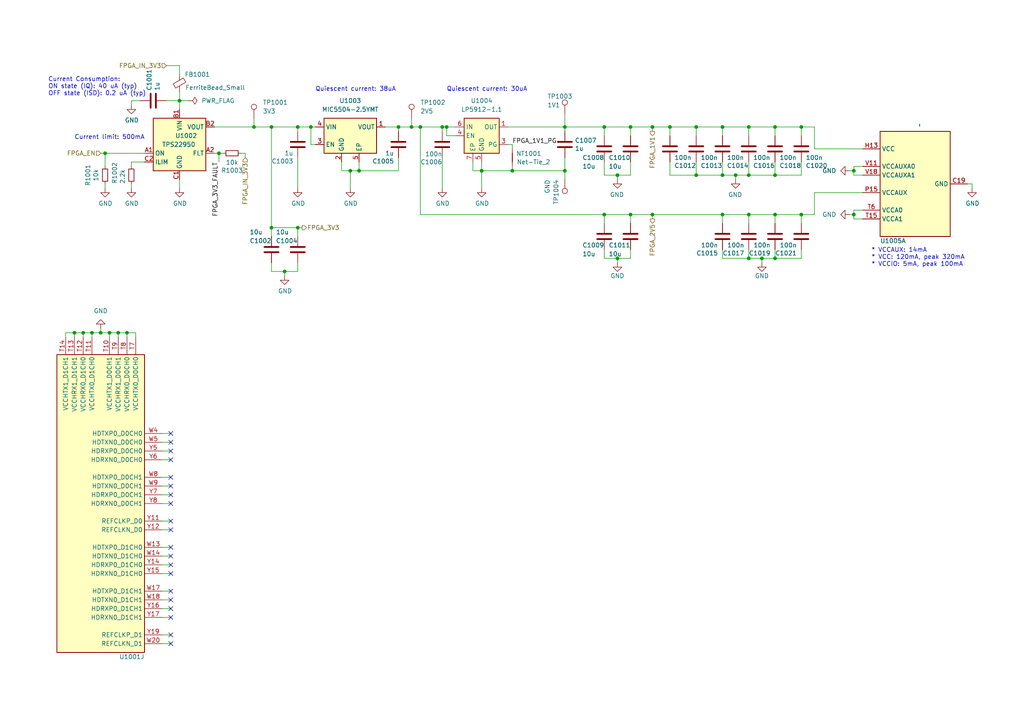
<source format=kicad_sch>
(kicad_sch (version 20211123) (generator eeschema)

  (uuid 001ac45b-3124-4212-b5db-cef09ac5f858)

  (paper "A4")

  

  (junction (at 34.29 96.52) (diameter 0) (color 0 0 0 0)
    (uuid 00c0bd40-1e31-4c53-92c6-aff7d4128503)
  )
  (junction (at 73.66 36.83) (diameter 0) (color 0 0 0 0)
    (uuid 035fb584-5a54-48f0-8ea6-d1342a42eef4)
  )
  (junction (at 26.67 96.52) (diameter 0) (color 0 0 0 0)
    (uuid 03b110a6-319e-4523-b3e5-72ce89f87826)
  )
  (junction (at 52.07 29.21) (diameter 0) (color 0 0 0 0)
    (uuid 0411aad1-b955-483b-a689-b9078617d405)
  )
  (junction (at 175.26 62.23) (diameter 0) (color 0 0 0 0)
    (uuid 0a07fc10-9d03-4786-b9cb-4da6e663a09c)
  )
  (junction (at 101.6 49.53) (diameter 0) (color 0 0 0 0)
    (uuid 0d45387f-f875-48a3-b446-67dd72174fbe)
  )
  (junction (at 29.21 96.52) (diameter 0) (color 0 0 0 0)
    (uuid 11e755c7-4693-4dcc-8f79-789bc9e1214a)
  )
  (junction (at 104.14 49.53) (diameter 0) (color 0 0 0 0)
    (uuid 13be4455-aa6b-41c4-94d0-0042de387892)
  )
  (junction (at 213.36 50.8) (diameter 0) (color 0 0 0 0)
    (uuid 18defb88-6b48-4714-9a08-33669852df1c)
  )
  (junction (at 217.17 74.93) (diameter 0) (color 0 0 0 0)
    (uuid 1f308653-75cb-48c2-8ef7-fca891c5c817)
  )
  (junction (at 121.92 36.83) (diameter 0) (color 0 0 0 0)
    (uuid 2412a240-51f6-450e-9a07-2f6284277131)
  )
  (junction (at 247.65 62.23) (diameter 0) (color 0 0 0 0)
    (uuid 245e9651-450a-4ec5-beb0-d2ec32546589)
  )
  (junction (at 189.23 62.23) (diameter 0) (color 0 0 0 0)
    (uuid 27c42099-0317-4345-98fd-58d5573509c9)
  )
  (junction (at 175.26 36.83) (diameter 0) (color 0 0 0 0)
    (uuid 2c5d4b33-9fdc-4f48-a983-65c234d8d7ea)
  )
  (junction (at 119.38 36.83) (diameter 0) (color 0 0 0 0)
    (uuid 2ca11954-adcb-49bf-8533-11fc6658fad5)
  )
  (junction (at 247.65 49.53) (diameter 0) (color 0 0 0 0)
    (uuid 31c675fa-b49e-4c4c-8f50-ed137c825d92)
  )
  (junction (at 163.83 49.53) (diameter 0) (color 0 0 0 0)
    (uuid 32b05fdf-42b4-4789-bfa7-edf9c744598b)
  )
  (junction (at 182.88 36.83) (diameter 0) (color 0 0 0 0)
    (uuid 34a5768e-8490-45e4-ad1f-a21a3f704939)
  )
  (junction (at 163.83 36.83) (diameter 0) (color 0 0 0 0)
    (uuid 360a5645-dd76-4cd7-9085-20800c72d234)
  )
  (junction (at 179.07 74.93) (diameter 0) (color 0 0 0 0)
    (uuid 447a842d-5819-4578-b1b7-e3ce2c832cd2)
  )
  (junction (at 209.55 50.8) (diameter 0) (color 0 0 0 0)
    (uuid 4c260278-b98c-489b-b4a8-2b2157e95293)
  )
  (junction (at 201.93 50.8) (diameter 0) (color 0 0 0 0)
    (uuid 529f3660-6dc2-4c0c-8ab4-6e4d861114a7)
  )
  (junction (at 209.55 62.23) (diameter 0) (color 0 0 0 0)
    (uuid 58f67eaa-01e6-4c81-a33a-535d4856afb9)
  )
  (junction (at 224.79 74.93) (diameter 0) (color 0 0 0 0)
    (uuid 5916fda7-ca6d-4289-b271-115fe8a70fe8)
  )
  (junction (at 224.79 36.83) (diameter 0) (color 0 0 0 0)
    (uuid 59662887-8677-4714-8029-d6dfe3d772b5)
  )
  (junction (at 36.83 96.52) (diameter 0) (color 0 0 0 0)
    (uuid 6059b109-57a0-49e2-8a33-036772fa08cd)
  )
  (junction (at 217.17 50.8) (diameter 0) (color 0 0 0 0)
    (uuid 637cde5c-7ddd-4f0f-8e51-9eb4c1fae67d)
  )
  (junction (at 78.74 36.83) (diameter 0) (color 0 0 0 0)
    (uuid 6445b0ba-47d1-4184-9e34-0e14306ae2be)
  )
  (junction (at 217.17 62.23) (diameter 0) (color 0 0 0 0)
    (uuid 64be1527-77f1-486e-b542-720502e99b65)
  )
  (junction (at 148.59 49.53) (diameter 0) (color 0 0 0 0)
    (uuid 6b179918-b8e5-4507-acf4-3c61b63e5857)
  )
  (junction (at 78.74 66.04) (diameter 0) (color 0 0 0 0)
    (uuid 804f945a-3e15-47f8-a84b-872019dd7e39)
  )
  (junction (at 232.41 62.23) (diameter 0) (color 0 0 0 0)
    (uuid 83f89775-617f-4ee9-b2da-798e3906a61a)
  )
  (junction (at 209.55 36.83) (diameter 0) (color 0 0 0 0)
    (uuid 8d1408d6-d112-4746-9a5a-e84649109f9b)
  )
  (junction (at 189.23 36.83) (diameter 0) (color 0 0 0 0)
    (uuid 90af3bc6-e0b9-472c-ae67-ffbb2ac3132d)
  )
  (junction (at 30.48 44.45) (diameter 0) (color 0 0 0 0)
    (uuid 9899e08e-4eb2-4c03-bb84-aa1e1f0fc829)
  )
  (junction (at 86.36 66.04) (diameter 0) (color 0 0 0 0)
    (uuid 995ae7a7-0e05-4796-aabc-6ab703828ac0)
  )
  (junction (at 224.79 62.23) (diameter 0) (color 0 0 0 0)
    (uuid 9d5bc3dc-312d-4958-bcea-378480111d7f)
  )
  (junction (at 21.59 96.52) (diameter 0) (color 0 0 0 0)
    (uuid a0d92596-2a79-44cc-bee0-c6718a77fde1)
  )
  (junction (at 201.93 36.83) (diameter 0) (color 0 0 0 0)
    (uuid a347beda-e5eb-4471-9d39-6fda75e0df9b)
  )
  (junction (at 179.07 50.8) (diameter 0) (color 0 0 0 0)
    (uuid a763ceaf-20bc-49b8-a953-bbb1a0382be4)
  )
  (junction (at 194.31 36.83) (diameter 0) (color 0 0 0 0)
    (uuid a91e7043-a0da-4a69-a876-d5327e95aeaf)
  )
  (junction (at 90.17 36.83) (diameter 0) (color 0 0 0 0)
    (uuid ab6c6a39-fe57-4691-920e-9dca8a70e438)
  )
  (junction (at 63.5 44.45) (diameter 0) (color 0 0 0 0)
    (uuid b631a607-e916-4506-8de1-c4953b9009f8)
  )
  (junction (at 24.13 96.52) (diameter 0) (color 0 0 0 0)
    (uuid c162629f-b356-4205-a327-80b1982dc66f)
  )
  (junction (at 182.88 62.23) (diameter 0) (color 0 0 0 0)
    (uuid c186610a-8d59-413e-95e7-8bef6481fc1a)
  )
  (junction (at 217.17 36.83) (diameter 0) (color 0 0 0 0)
    (uuid d647fa1a-5bf0-4369-996a-55008b9a9222)
  )
  (junction (at 139.7 49.53) (diameter 0) (color 0 0 0 0)
    (uuid d985abaa-7714-4eab-97b9-7035ffc6721a)
  )
  (junction (at 224.79 50.8) (diameter 0) (color 0 0 0 0)
    (uuid dbbaf4cf-d091-4a85-afc0-b7eb135e724c)
  )
  (junction (at 232.41 36.83) (diameter 0) (color 0 0 0 0)
    (uuid dbd88879-81dc-4df5-8d6f-4df0b5d938b1)
  )
  (junction (at 129.54 36.83) (diameter 0) (color 0 0 0 0)
    (uuid de83fde7-f93d-455f-81da-326c42b38986)
  )
  (junction (at 128.27 36.83) (diameter 0) (color 0 0 0 0)
    (uuid e2465032-2d36-4295-965f-d1afb122d45b)
  )
  (junction (at 115.57 36.83) (diameter 0) (color 0 0 0 0)
    (uuid f24627bf-4643-459e-a998-b5007087027a)
  )
  (junction (at 220.98 74.93) (diameter 0) (color 0 0 0 0)
    (uuid f28289b1-e53b-4a43-85de-271a249d65c4)
  )
  (junction (at 82.55 78.74) (diameter 0) (color 0 0 0 0)
    (uuid f9c418dc-ba34-42c6-b1ce-75a223b843f7)
  )
  (junction (at 31.75 96.52) (diameter 0) (color 0 0 0 0)
    (uuid fdd6cb63-dff7-4046-acfa-75a044f14a56)
  )
  (junction (at 86.36 36.83) (diameter 0) (color 0 0 0 0)
    (uuid fe964922-7cbd-47ec-936e-2ecd7e36a675)
  )

  (no_connect (at 49.53 130.81) (uuid 0bc0c7ea-b043-4bfe-b109-5487aee5c69e))
  (no_connect (at 49.53 143.51) (uuid 0f1502f6-3bd8-4d53-972c-e41786623ad5))
  (no_connect (at 49.53 133.35) (uuid 17207819-8045-4a81-84f8-f030e5757f05))
  (no_connect (at 49.53 153.67) (uuid 4b715f96-1b15-41f0-b0b3-b9ea17e886b6))
  (no_connect (at 49.53 128.27) (uuid 50b24801-82f4-49ec-9349-c77cbc909ce4))
  (no_connect (at 49.53 163.83) (uuid 51a48785-bb8c-4151-9ef2-b503b2d542ff))
  (no_connect (at 49.53 125.73) (uuid 53064e31-1a9f-4f62-84fa-3547a1785c55))
  (no_connect (at 49.53 166.37) (uuid 54764097-6f66-4e92-a5bb-cb92fd0ae520))
  (no_connect (at 49.53 140.97) (uuid 688f44cb-0169-4d94-9731-c674593adbea))
  (no_connect (at 49.53 186.69) (uuid 754dc01c-97ab-41bc-a02c-20b805ea89a2))
  (no_connect (at 49.53 161.29) (uuid 77e8c513-ea36-4fdf-81d6-96a00f173df8))
  (no_connect (at 49.53 176.53) (uuid 7d9f561e-e0a6-4fdd-8237-796f247adec6))
  (no_connect (at 49.53 151.13) (uuid a4a207a3-bdf8-4015-bb21-41af885ca5ed))
  (no_connect (at 49.53 158.75) (uuid b1356589-fe7f-45ab-834c-c3c047feda29))
  (no_connect (at 49.53 171.45) (uuid b2ecaaa6-c8ed-4995-9805-5e555ec13417))
  (no_connect (at 49.53 179.07) (uuid e3171fe5-00c8-4bad-8945-72917526f4ac))
  (no_connect (at 49.53 184.15) (uuid eb806814-0dd4-4de8-b8ed-7b7b5a80f210))
  (no_connect (at 49.53 138.43) (uuid f380b532-b776-41ef-88de-7cbf7f55e34c))
  (no_connect (at 49.53 173.99) (uuid f9fc4e6a-1d17-4441-b1e8-bcb8287e729a))
  (no_connect (at 49.53 146.05) (uuid fa57e72e-f5c3-4d1f-a591-d39e1f6ad372))

  (wire (pts (xy 129.54 36.83) (xy 129.54 39.37))
    (stroke (width 0) (type default) (color 0 0 0 0))
    (uuid 008f44ca-4e79-4372-afb0-438f248d11ed)
  )
  (wire (pts (xy 49.53 130.81) (xy 46.99 130.81))
    (stroke (width 0) (type default) (color 0 0 0 0))
    (uuid 0519add1-8c75-4583-b07b-87e9fca45b8e)
  )
  (wire (pts (xy 247.65 60.96) (xy 247.65 62.23))
    (stroke (width 0) (type default) (color 0 0 0 0))
    (uuid 05f6342d-0d80-4222-b965-99f95091e6df)
  )
  (wire (pts (xy 137.16 46.99) (xy 137.16 49.53))
    (stroke (width 0) (type default) (color 0 0 0 0))
    (uuid 06a25511-4e4f-4325-9f90-266ab7a1c385)
  )
  (wire (pts (xy 189.23 36.83) (xy 189.23 38.1))
    (stroke (width 0) (type default) (color 0 0 0 0))
    (uuid 0a7b743f-12da-43a5-b05c-2206421a5c2f)
  )
  (wire (pts (xy 31.75 96.52) (xy 29.21 96.52))
    (stroke (width 0) (type default) (color 0 0 0 0))
    (uuid 0a899122-a281-4896-87d6-86e834da8dc7)
  )
  (wire (pts (xy 115.57 49.53) (xy 104.14 49.53))
    (stroke (width 0) (type default) (color 0 0 0 0))
    (uuid 0d80d2e8-982b-475e-9f59-abe086e316bb)
  )
  (wire (pts (xy 194.31 39.37) (xy 194.31 36.83))
    (stroke (width 0) (type default) (color 0 0 0 0))
    (uuid 0e540b16-3c79-4223-8ad1-ec53f07656aa)
  )
  (wire (pts (xy 128.27 45.72) (xy 128.27 54.61))
    (stroke (width 0) (type default) (color 0 0 0 0))
    (uuid 0f0744a4-27fb-4ae9-bc3f-d053ca0b0da4)
  )
  (wire (pts (xy 132.08 36.83) (xy 129.54 36.83))
    (stroke (width 0) (type default) (color 0 0 0 0))
    (uuid 102686d4-6994-4fe9-805b-702990b72b5d)
  )
  (wire (pts (xy 19.05 96.52) (xy 19.05 97.79))
    (stroke (width 0) (type default) (color 0 0 0 0))
    (uuid 104b3b7c-8958-47d0-a020-d3b8d5f7dc80)
  )
  (wire (pts (xy 36.83 96.52) (xy 34.29 96.52))
    (stroke (width 0) (type default) (color 0 0 0 0))
    (uuid 107085fe-220d-44c7-a5a4-0d78fc6d9bd2)
  )
  (wire (pts (xy 220.98 74.93) (xy 217.17 74.93))
    (stroke (width 0) (type default) (color 0 0 0 0))
    (uuid 10aeef02-cc5e-4062-ac7c-7ea7f896fc71)
  )
  (wire (pts (xy 82.55 78.74) (xy 82.55 80.01))
    (stroke (width 0) (type default) (color 0 0 0 0))
    (uuid 115ff57c-4bb9-4bec-bc74-698c2ede2559)
  )
  (wire (pts (xy 179.07 50.8) (xy 182.88 50.8))
    (stroke (width 0) (type default) (color 0 0 0 0))
    (uuid 1416f52e-c30a-4e7a-9e46-a2af91bf57c0)
  )
  (wire (pts (xy 49.53 173.99) (xy 46.99 173.99))
    (stroke (width 0) (type default) (color 0 0 0 0))
    (uuid 15fd74d1-ce26-447c-8790-8c49dc7226a1)
  )
  (wire (pts (xy 213.36 52.07) (xy 213.36 50.8))
    (stroke (width 0) (type default) (color 0 0 0 0))
    (uuid 162b5358-d0e6-4958-8e82-eb7e1a96b2a8)
  )
  (wire (pts (xy 217.17 50.8) (xy 224.79 50.8))
    (stroke (width 0) (type default) (color 0 0 0 0))
    (uuid 16392bff-eef2-496a-aaa8-ed9deb5ac272)
  )
  (wire (pts (xy 52.07 19.05) (xy 52.07 21.59))
    (stroke (width 0) (type default) (color 0 0 0 0))
    (uuid 16fc1157-1ca2-43b7-9d83-9b83682e9faa)
  )
  (wire (pts (xy 224.79 62.23) (xy 232.41 62.23))
    (stroke (width 0) (type default) (color 0 0 0 0))
    (uuid 19dfe9a3-bbb7-4883-865d-fe856a27b537)
  )
  (wire (pts (xy 49.53 166.37) (xy 46.99 166.37))
    (stroke (width 0) (type default) (color 0 0 0 0))
    (uuid 1a2ed416-e5d0-4cd7-9bea-10525c297c3c)
  )
  (wire (pts (xy 29.21 44.45) (xy 30.48 44.45))
    (stroke (width 0) (type default) (color 0 0 0 0))
    (uuid 1b3b0b12-e93d-41e2-b66f-050d5c40389a)
  )
  (wire (pts (xy 115.57 36.83) (xy 119.38 36.83))
    (stroke (width 0) (type default) (color 0 0 0 0))
    (uuid 1be2a47f-bca5-4846-a29e-83461e3bfa0c)
  )
  (wire (pts (xy 29.21 96.52) (xy 26.67 96.52))
    (stroke (width 0) (type default) (color 0 0 0 0))
    (uuid 1cbb0376-5bfb-433b-92c8-51efba24909a)
  )
  (wire (pts (xy 147.32 36.83) (xy 163.83 36.83))
    (stroke (width 0) (type default) (color 0 0 0 0))
    (uuid 1dd3dd87-9e71-48cf-8a50-295ae7bcc8ab)
  )
  (wire (pts (xy 24.13 96.52) (xy 21.59 96.52))
    (stroke (width 0) (type default) (color 0 0 0 0))
    (uuid 1e6a89fd-b1f8-428f-9cfd-d40b7a44b61f)
  )
  (wire (pts (xy 29.21 95.25) (xy 29.21 96.52))
    (stroke (width 0) (type default) (color 0 0 0 0))
    (uuid 21baaa52-4800-4df7-a8a1-0d04a81c4c34)
  )
  (wire (pts (xy 224.79 36.83) (xy 232.41 36.83))
    (stroke (width 0) (type default) (color 0 0 0 0))
    (uuid 22b2aaac-1512-41c0-8d34-da1798ad494e)
  )
  (wire (pts (xy 31.75 96.52) (xy 31.75 97.79))
    (stroke (width 0) (type default) (color 0 0 0 0))
    (uuid 2697621f-4b65-4945-a817-1c743de065c8)
  )
  (wire (pts (xy 49.53 140.97) (xy 46.99 140.97))
    (stroke (width 0) (type default) (color 0 0 0 0))
    (uuid 26c1fb48-9cb5-44ac-9020-b08d978dc4e9)
  )
  (wire (pts (xy 139.7 49.53) (xy 139.7 54.61))
    (stroke (width 0) (type default) (color 0 0 0 0))
    (uuid 26ebde36-ef67-4076-a1fe-34c237494319)
  )
  (wire (pts (xy 71.12 44.45) (xy 69.85 44.45))
    (stroke (width 0) (type default) (color 0 0 0 0))
    (uuid 29430003-589a-4575-93a7-c29312483494)
  )
  (wire (pts (xy 49.53 179.07) (xy 46.99 179.07))
    (stroke (width 0) (type default) (color 0 0 0 0))
    (uuid 2947ec28-803a-42f2-a455-d3194a0ef78d)
  )
  (wire (pts (xy 49.53 184.15) (xy 46.99 184.15))
    (stroke (width 0) (type default) (color 0 0 0 0))
    (uuid 2957d2b7-aa28-4f43-9298-68b6bf4d8cdb)
  )
  (wire (pts (xy 90.17 41.91) (xy 90.17 36.83))
    (stroke (width 0) (type default) (color 0 0 0 0))
    (uuid 29a48e0e-0f46-472f-84fc-c29df93693a0)
  )
  (wire (pts (xy 101.6 49.53) (xy 101.6 54.61))
    (stroke (width 0) (type default) (color 0 0 0 0))
    (uuid 2a88ffd5-bc00-4b87-897a-d0b325def149)
  )
  (wire (pts (xy 148.59 48.26) (xy 148.59 49.53))
    (stroke (width 0) (type default) (color 0 0 0 0))
    (uuid 2b0a721a-25a7-424f-b2b0-f3f8333d5210)
  )
  (wire (pts (xy 63.5 44.45) (xy 62.23 44.45))
    (stroke (width 0) (type default) (color 0 0 0 0))
    (uuid 2cc9222e-25e0-4b7c-89b0-9e21d5c00827)
  )
  (wire (pts (xy 38.1 29.21) (xy 38.1 30.48))
    (stroke (width 0) (type default) (color 0 0 0 0))
    (uuid 2ef46e44-08ee-4998-8785-8d66490a54f7)
  )
  (wire (pts (xy 175.26 62.23) (xy 175.26 64.77))
    (stroke (width 0) (type default) (color 0 0 0 0))
    (uuid 2fa16290-3e9f-4c2b-b44f-5ef3af059b81)
  )
  (wire (pts (xy 209.55 62.23) (xy 217.17 62.23))
    (stroke (width 0) (type default) (color 0 0 0 0))
    (uuid 316a3678-7331-4ff3-8fe4-ce6d9a42acb7)
  )
  (wire (pts (xy 129.54 39.37) (xy 132.08 39.37))
    (stroke (width 0) (type default) (color 0 0 0 0))
    (uuid 31d1d0f5-3dcc-458c-9a02-c5f5a595367c)
  )
  (wire (pts (xy 49.53 133.35) (xy 46.99 133.35))
    (stroke (width 0) (type default) (color 0 0 0 0))
    (uuid 32b7acba-6d30-4f50-a9cb-0d2aca26c9a7)
  )
  (wire (pts (xy 247.65 62.23) (xy 247.65 63.5))
    (stroke (width 0) (type default) (color 0 0 0 0))
    (uuid 33fdf71f-06b2-46b7-b90d-b35ce89e0d7b)
  )
  (wire (pts (xy 49.53 171.45) (xy 46.99 171.45))
    (stroke (width 0) (type default) (color 0 0 0 0))
    (uuid 34059003-bfec-44ac-9db6-8a963e64b338)
  )
  (wire (pts (xy 182.88 36.83) (xy 189.23 36.83))
    (stroke (width 0) (type default) (color 0 0 0 0))
    (uuid 34c88db0-a90d-4c92-abb5-2c121e16f512)
  )
  (wire (pts (xy 139.7 46.99) (xy 139.7 49.53))
    (stroke (width 0) (type default) (color 0 0 0 0))
    (uuid 3623835b-0b62-4e6b-b2ed-8461ad7697f1)
  )
  (wire (pts (xy 232.41 50.8) (xy 232.41 46.99))
    (stroke (width 0) (type default) (color 0 0 0 0))
    (uuid 3b9aa0a8-cee5-47f5-95e1-cfb442f07993)
  )
  (wire (pts (xy 179.07 74.93) (xy 179.07 76.2))
    (stroke (width 0) (type default) (color 0 0 0 0))
    (uuid 3c744cc4-1228-4bee-b622-9f1b30f54625)
  )
  (wire (pts (xy 115.57 45.72) (xy 115.57 49.53))
    (stroke (width 0) (type default) (color 0 0 0 0))
    (uuid 3df6b150-d2c0-49c8-a3e1-e1fa6f5133a7)
  )
  (wire (pts (xy 236.22 43.18) (xy 236.22 36.83))
    (stroke (width 0) (type default) (color 0 0 0 0))
    (uuid 3f258054-1643-42f0-9488-7acf93ddf60d)
  )
  (wire (pts (xy 224.79 62.23) (xy 224.79 64.77))
    (stroke (width 0) (type default) (color 0 0 0 0))
    (uuid 411c2fab-9776-4185-81b9-f324553338b1)
  )
  (wire (pts (xy 49.53 138.43) (xy 46.99 138.43))
    (stroke (width 0) (type default) (color 0 0 0 0))
    (uuid 418220cd-3545-4ae8-813b-fe2873bff2d2)
  )
  (wire (pts (xy 147.32 41.91) (xy 148.59 41.91))
    (stroke (width 0) (type default) (color 0 0 0 0))
    (uuid 41d87d4f-c429-45a9-97e2-d079332b77f1)
  )
  (wire (pts (xy 86.36 54.61) (xy 86.36 45.72))
    (stroke (width 0) (type default) (color 0 0 0 0))
    (uuid 4547a45b-39ea-468f-9bcf-f675bedbf7ea)
  )
  (wire (pts (xy 87.63 66.04) (xy 86.36 66.04))
    (stroke (width 0) (type default) (color 0 0 0 0))
    (uuid 45ebbf4f-202a-4d06-804c-194ecf5c45d4)
  )
  (wire (pts (xy 104.14 49.53) (xy 101.6 49.53))
    (stroke (width 0) (type default) (color 0 0 0 0))
    (uuid 49188c05-5624-4b98-a823-226729e69e41)
  )
  (wire (pts (xy 175.26 72.39) (xy 175.26 74.93))
    (stroke (width 0) (type default) (color 0 0 0 0))
    (uuid 4e6b7edc-0c82-4c4c-b39f-b7582d007545)
  )
  (wire (pts (xy 119.38 36.83) (xy 121.92 36.83))
    (stroke (width 0) (type default) (color 0 0 0 0))
    (uuid 4f03a5fc-8ed1-4d4f-a22a-9251279b139f)
  )
  (wire (pts (xy 64.77 44.45) (xy 63.5 44.45))
    (stroke (width 0) (type default) (color 0 0 0 0))
    (uuid 50d39564-711a-433c-afec-d4992b37f646)
  )
  (wire (pts (xy 250.19 43.18) (xy 236.22 43.18))
    (stroke (width 0) (type default) (color 0 0 0 0))
    (uuid 51c8cd1f-600a-4b20-b869-7eb822ee5e00)
  )
  (wire (pts (xy 236.22 55.88) (xy 236.22 62.23))
    (stroke (width 0) (type default) (color 0 0 0 0))
    (uuid 52023e9b-6d95-4b7f-8939-0f4fcd474522)
  )
  (wire (pts (xy 224.79 50.8) (xy 232.41 50.8))
    (stroke (width 0) (type default) (color 0 0 0 0))
    (uuid 526b60dd-4a50-40c6-9e6e-fb1bfc790a7b)
  )
  (wire (pts (xy 194.31 36.83) (xy 201.93 36.83))
    (stroke (width 0) (type default) (color 0 0 0 0))
    (uuid 55185718-e904-46da-a8bf-cb91e0745d5d)
  )
  (wire (pts (xy 49.53 176.53) (xy 46.99 176.53))
    (stroke (width 0) (type default) (color 0 0 0 0))
    (uuid 55db604e-6314-46c7-92a5-c70e0de56d81)
  )
  (wire (pts (xy 217.17 72.39) (xy 217.17 74.93))
    (stroke (width 0) (type default) (color 0 0 0 0))
    (uuid 55f09fa2-b121-4469-bd3b-8a79b4439070)
  )
  (wire (pts (xy 246.38 62.23) (xy 247.65 62.23))
    (stroke (width 0) (type default) (color 0 0 0 0))
    (uuid 55fa7db4-8660-450b-9951-b1d428fc0143)
  )
  (wire (pts (xy 49.53 151.13) (xy 46.99 151.13))
    (stroke (width 0) (type default) (color 0 0 0 0))
    (uuid 56470b40-c730-4772-a974-3cd3584d0216)
  )
  (wire (pts (xy 128.27 36.83) (xy 129.54 36.83))
    (stroke (width 0) (type default) (color 0 0 0 0))
    (uuid 597a71c1-a16c-47cc-85fe-d2650a2403c3)
  )
  (wire (pts (xy 250.19 63.5) (xy 247.65 63.5))
    (stroke (width 0) (type default) (color 0 0 0 0))
    (uuid 599fea63-20af-4c6c-9383-55022de4f449)
  )
  (wire (pts (xy 82.55 78.74) (xy 86.36 78.74))
    (stroke (width 0) (type default) (color 0 0 0 0))
    (uuid 5a42ea96-e7af-415d-a1b6-68bd47109df3)
  )
  (wire (pts (xy 48.26 19.05) (xy 52.07 19.05))
    (stroke (width 0) (type default) (color 0 0 0 0))
    (uuid 5b7c3742-3659-4fca-a055-093143bbab92)
  )
  (wire (pts (xy 163.83 38.1) (xy 163.83 36.83))
    (stroke (width 0) (type default) (color 0 0 0 0))
    (uuid 5fe8a5e3-ebe0-4d5b-b10f-11537fdbbb28)
  )
  (wire (pts (xy 194.31 50.8) (xy 201.93 50.8))
    (stroke (width 0) (type default) (color 0 0 0 0))
    (uuid 60bb4f0b-b6d5-4a97-af05-03e2f2b33b3d)
  )
  (wire (pts (xy 78.74 36.83) (xy 78.74 66.04))
    (stroke (width 0) (type default) (color 0 0 0 0))
    (uuid 61fe2110-b217-4c98-ba06-4416db52ecd6)
  )
  (wire (pts (xy 209.55 50.8) (xy 213.36 50.8))
    (stroke (width 0) (type default) (color 0 0 0 0))
    (uuid 6247997d-6fba-4275-aead-b5063e615722)
  )
  (wire (pts (xy 247.65 49.53) (xy 247.65 50.8))
    (stroke (width 0) (type default) (color 0 0 0 0))
    (uuid 63137e41-926b-4065-a25a-723e4210af4f)
  )
  (wire (pts (xy 128.27 38.1) (xy 128.27 36.83))
    (stroke (width 0) (type default) (color 0 0 0 0))
    (uuid 636ac460-e448-49f8-b5da-ffbdbe30203d)
  )
  (wire (pts (xy 52.07 52.07) (xy 52.07 54.61))
    (stroke (width 0) (type default) (color 0 0 0 0))
    (uuid 637747db-73b1-4b57-8bf3-f87dc6c1c455)
  )
  (wire (pts (xy 217.17 39.37) (xy 217.17 36.83))
    (stroke (width 0) (type default) (color 0 0 0 0))
    (uuid 64c68915-b0f7-4d11-b5c8-f903c2bd6e5b)
  )
  (wire (pts (xy 182.88 62.23) (xy 182.88 64.77))
    (stroke (width 0) (type default) (color 0 0 0 0))
    (uuid 64dbd771-57cc-47c1-99ac-0f8d5aa9b20a)
  )
  (wire (pts (xy 62.23 36.83) (xy 73.66 36.83))
    (stroke (width 0) (type default) (color 0 0 0 0))
    (uuid 65a68ba5-0426-4877-83b7-33779e1ce604)
  )
  (wire (pts (xy 78.74 78.74) (xy 82.55 78.74))
    (stroke (width 0) (type default) (color 0 0 0 0))
    (uuid 679f708e-3de3-4a2e-8b47-5a58c901541e)
  )
  (wire (pts (xy 24.13 96.52) (xy 24.13 97.79))
    (stroke (width 0) (type default) (color 0 0 0 0))
    (uuid 69568ec8-0e77-4ee1-87d2-ec72fc3e63ff)
  )
  (wire (pts (xy 121.92 36.83) (xy 121.92 62.23))
    (stroke (width 0) (type default) (color 0 0 0 0))
    (uuid 6966c152-16ad-4de9-8f0a-336f0628d9e0)
  )
  (wire (pts (xy 224.79 72.39) (xy 224.79 74.93))
    (stroke (width 0) (type default) (color 0 0 0 0))
    (uuid 6b504eff-48ad-4836-a45e-9c2b2fac92fd)
  )
  (wire (pts (xy 175.26 50.8) (xy 179.07 50.8))
    (stroke (width 0) (type default) (color 0 0 0 0))
    (uuid 6baf9be1-2c93-4c08-a09f-090072f80900)
  )
  (wire (pts (xy 247.65 60.96) (xy 250.19 60.96))
    (stroke (width 0) (type default) (color 0 0 0 0))
    (uuid 6c61a919-a2ea-41bd-b673-a931a858b7f1)
  )
  (wire (pts (xy 39.37 97.79) (xy 39.37 96.52))
    (stroke (width 0) (type default) (color 0 0 0 0))
    (uuid 6d9a6640-b434-4531-bf62-39a4bef13763)
  )
  (wire (pts (xy 163.83 36.83) (xy 163.83 33.02))
    (stroke (width 0) (type default) (color 0 0 0 0))
    (uuid 6df79838-3678-4462-86db-20678e1ba171)
  )
  (wire (pts (xy 232.41 36.83) (xy 236.22 36.83))
    (stroke (width 0) (type default) (color 0 0 0 0))
    (uuid 6eef6604-0d89-4ac3-a233-41576ba2ea48)
  )
  (wire (pts (xy 179.07 52.07) (xy 179.07 50.8))
    (stroke (width 0) (type default) (color 0 0 0 0))
    (uuid 6f8b98bf-ecdc-4ab7-adad-00471c87f0dd)
  )
  (wire (pts (xy 182.88 72.39) (xy 182.88 74.93))
    (stroke (width 0) (type default) (color 0 0 0 0))
    (uuid 747316fa-f456-4bf2-891e-ee70bdc77952)
  )
  (wire (pts (xy 21.59 96.52) (xy 21.59 97.79))
    (stroke (width 0) (type default) (color 0 0 0 0))
    (uuid 75aba51b-c8c5-4d5e-9226-258286f4b8de)
  )
  (wire (pts (xy 182.88 62.23) (xy 189.23 62.23))
    (stroke (width 0) (type default) (color 0 0 0 0))
    (uuid 77198523-938c-4a98-86e6-ab01786c62a0)
  )
  (wire (pts (xy 232.41 62.23) (xy 232.41 64.77))
    (stroke (width 0) (type default) (color 0 0 0 0))
    (uuid 78b0848c-3fe4-43b6-b082-d76fb8aa5b4e)
  )
  (wire (pts (xy 217.17 36.83) (xy 224.79 36.83))
    (stroke (width 0) (type default) (color 0 0 0 0))
    (uuid 7bb65416-bd57-455e-b11a-54e9834e2d31)
  )
  (wire (pts (xy 213.36 50.8) (xy 217.17 50.8))
    (stroke (width 0) (type default) (color 0 0 0 0))
    (uuid 7c80924b-b457-4223-aa81-00f0aa7bcd83)
  )
  (wire (pts (xy 78.74 76.2) (xy 78.74 78.74))
    (stroke (width 0) (type default) (color 0 0 0 0))
    (uuid 7ec96382-3e53-4995-9d03-de6958ba82e2)
  )
  (wire (pts (xy 63.5 44.45) (xy 63.5 46.99))
    (stroke (width 0) (type default) (color 0 0 0 0))
    (uuid 7f1d3db5-f3fb-46c0-8cdd-c18d643a17b8)
  )
  (wire (pts (xy 86.36 76.2) (xy 86.36 78.74))
    (stroke (width 0) (type default) (color 0 0 0 0))
    (uuid 7f832d7c-f7f1-462c-857a-618f0193ea07)
  )
  (wire (pts (xy 182.88 39.37) (xy 182.88 36.83))
    (stroke (width 0) (type default) (color 0 0 0 0))
    (uuid 7fd54207-5a32-49e9-82bb-4d4412c9880a)
  )
  (wire (pts (xy 49.53 153.67) (xy 46.99 153.67))
    (stroke (width 0) (type default) (color 0 0 0 0))
    (uuid 804c9bbd-396f-423b-b85c-f733c0827777)
  )
  (wire (pts (xy 179.07 74.93) (xy 182.88 74.93))
    (stroke (width 0) (type default) (color 0 0 0 0))
    (uuid 80979b75-e304-4bb1-96f0-c00b1297a0b9)
  )
  (wire (pts (xy 41.91 46.99) (xy 38.1 46.99))
    (stroke (width 0) (type default) (color 0 0 0 0))
    (uuid 8150a8c9-3ca6-41ea-9f23-4dd95cea88cb)
  )
  (wire (pts (xy 34.29 96.52) (xy 34.29 97.79))
    (stroke (width 0) (type default) (color 0 0 0 0))
    (uuid 81998324-40c5-48cb-a50d-838ed25e5d3a)
  )
  (wire (pts (xy 232.41 39.37) (xy 232.41 36.83))
    (stroke (width 0) (type default) (color 0 0 0 0))
    (uuid 82257c36-5556-4ff9-bd37-a81e38e0f3f2)
  )
  (wire (pts (xy 73.66 36.83) (xy 78.74 36.83))
    (stroke (width 0) (type default) (color 0 0 0 0))
    (uuid 824a5852-27af-4329-b4b0-06bd63234626)
  )
  (wire (pts (xy 52.07 26.67) (xy 52.07 29.21))
    (stroke (width 0) (type default) (color 0 0 0 0))
    (uuid 828830cc-d359-43d7-8bfd-fdd251fe414c)
  )
  (wire (pts (xy 99.06 49.53) (xy 101.6 49.53))
    (stroke (width 0) (type default) (color 0 0 0 0))
    (uuid 8308e910-84b7-43fd-b0c8-fd98e9d04b5f)
  )
  (wire (pts (xy 209.55 62.23) (xy 209.55 64.77))
    (stroke (width 0) (type default) (color 0 0 0 0))
    (uuid 840f8fdd-c1cc-4eb2-9fe8-53d00dc7f1c7)
  )
  (wire (pts (xy 209.55 72.39) (xy 209.55 74.93))
    (stroke (width 0) (type default) (color 0 0 0 0))
    (uuid 843a2596-789e-482c-9062-a1bb1c319fc6)
  )
  (wire (pts (xy 163.83 36.83) (xy 175.26 36.83))
    (stroke (width 0) (type default) (color 0 0 0 0))
    (uuid 84481b52-2bfa-4338-b64c-cd02019fa344)
  )
  (wire (pts (xy 40.64 29.21) (xy 38.1 29.21))
    (stroke (width 0) (type default) (color 0 0 0 0))
    (uuid 84c4ed55-0a5f-4ec0-aaee-f6bc3a2ee7fb)
  )
  (wire (pts (xy 26.67 96.52) (xy 26.67 97.79))
    (stroke (width 0) (type default) (color 0 0 0 0))
    (uuid 8553beff-0ba5-48d8-aa23-a2166dd4dbef)
  )
  (wire (pts (xy 139.7 49.53) (xy 148.59 49.53))
    (stroke (width 0) (type default) (color 0 0 0 0))
    (uuid 8744bad7-7522-4e3f-b162-33266c8a4e56)
  )
  (wire (pts (xy 86.36 38.1) (xy 86.36 36.83))
    (stroke (width 0) (type default) (color 0 0 0 0))
    (uuid 87987ba8-f5a2-47cc-a493-686c5c44be15)
  )
  (wire (pts (xy 175.26 74.93) (xy 179.07 74.93))
    (stroke (width 0) (type default) (color 0 0 0 0))
    (uuid 89b16b3c-2b9e-4b7a-8872-0c9a0f76746c)
  )
  (wire (pts (xy 175.26 36.83) (xy 182.88 36.83))
    (stroke (width 0) (type default) (color 0 0 0 0))
    (uuid 89bb3a5b-fae5-4067-a933-a6127ebf0f29)
  )
  (wire (pts (xy 38.1 53.34) (xy 38.1 54.61))
    (stroke (width 0) (type default) (color 0 0 0 0))
    (uuid 8a68280e-8f31-4921-b4fc-6ac26889dc78)
  )
  (wire (pts (xy 99.06 46.99) (xy 99.06 49.53))
    (stroke (width 0) (type default) (color 0 0 0 0))
    (uuid 8b60f6ed-f095-45a6-9c57-98b121ff7a05)
  )
  (wire (pts (xy 121.92 36.83) (xy 128.27 36.83))
    (stroke (width 0) (type default) (color 0 0 0 0))
    (uuid 8b77eb0f-ce7a-4889-8e6c-b5959a349cc9)
  )
  (wire (pts (xy 30.48 44.45) (xy 41.91 44.45))
    (stroke (width 0) (type default) (color 0 0 0 0))
    (uuid 8cb3564d-3e91-4822-b048-a355b5752d88)
  )
  (wire (pts (xy 201.93 50.8) (xy 201.93 46.99))
    (stroke (width 0) (type default) (color 0 0 0 0))
    (uuid 8d7a3a86-db86-4685-9029-16519c08b186)
  )
  (wire (pts (xy 36.83 96.52) (xy 36.83 97.79))
    (stroke (width 0) (type default) (color 0 0 0 0))
    (uuid 8f3ed6b6-2522-468a-99c2-d3526b188369)
  )
  (wire (pts (xy 189.23 36.83) (xy 194.31 36.83))
    (stroke (width 0) (type default) (color 0 0 0 0))
    (uuid 92aea7bf-8301-4e4b-b290-9dac911f40e5)
  )
  (wire (pts (xy 90.17 41.91) (xy 91.44 41.91))
    (stroke (width 0) (type default) (color 0 0 0 0))
    (uuid 93dffd53-307b-4751-b60b-977c49b20683)
  )
  (wire (pts (xy 201.93 39.37) (xy 201.93 36.83))
    (stroke (width 0) (type default) (color 0 0 0 0))
    (uuid 949795c2-b0d2-4d5b-a976-0902c42d23e4)
  )
  (wire (pts (xy 220.98 74.93) (xy 224.79 74.93))
    (stroke (width 0) (type default) (color 0 0 0 0))
    (uuid 9618e4ab-c2a6-46a6-b017-6728ad36c1c8)
  )
  (wire (pts (xy 250.19 48.26) (xy 247.65 48.26))
    (stroke (width 0) (type default) (color 0 0 0 0))
    (uuid 98196af0-f4ba-4a25-baf5-c077371df5b6)
  )
  (wire (pts (xy 148.59 41.91) (xy 148.59 43.18))
    (stroke (width 0) (type default) (color 0 0 0 0))
    (uuid 981b9dc3-3875-400f-b105-279406625cac)
  )
  (wire (pts (xy 49.53 143.51) (xy 46.99 143.51))
    (stroke (width 0) (type default) (color 0 0 0 0))
    (uuid 98a08d43-2409-4324-a468-774c1f8c7c01)
  )
  (wire (pts (xy 201.93 36.83) (xy 209.55 36.83))
    (stroke (width 0) (type default) (color 0 0 0 0))
    (uuid 9a8b4a7d-0628-44bc-a573-7c4b76599948)
  )
  (wire (pts (xy 121.92 62.23) (xy 175.26 62.23))
    (stroke (width 0) (type default) (color 0 0 0 0))
    (uuid 9c50481e-6207-45fd-9d84-52e78a68294d)
  )
  (wire (pts (xy 86.36 36.83) (xy 90.17 36.83))
    (stroke (width 0) (type default) (color 0 0 0 0))
    (uuid 9fedc05a-0e00-4c8b-bfec-ecbfe5fe464c)
  )
  (wire (pts (xy 163.83 45.72) (xy 163.83 49.53))
    (stroke (width 0) (type default) (color 0 0 0 0))
    (uuid a1ff2af5-fdf4-4d94-a8af-e2b1def05fca)
  )
  (wire (pts (xy 71.12 45.72) (xy 71.12 44.45))
    (stroke (width 0) (type default) (color 0 0 0 0))
    (uuid a4650b44-60d6-4daa-a0bf-726563f5def8)
  )
  (wire (pts (xy 209.55 39.37) (xy 209.55 36.83))
    (stroke (width 0) (type default) (color 0 0 0 0))
    (uuid a615f3fd-9d91-47b2-9e60-e85c7f4cd8ae)
  )
  (wire (pts (xy 175.26 39.37) (xy 175.26 36.83))
    (stroke (width 0) (type default) (color 0 0 0 0))
    (uuid a681c5ef-7079-4653-8bd0-ecb5116f0e31)
  )
  (wire (pts (xy 232.41 74.93) (xy 232.41 72.39))
    (stroke (width 0) (type default) (color 0 0 0 0))
    (uuid a7b549bd-78c0-4350-9148-c0f712f0b55a)
  )
  (wire (pts (xy 201.93 50.8) (xy 209.55 50.8))
    (stroke (width 0) (type default) (color 0 0 0 0))
    (uuid a7d2652a-4325-4662-a88f-240409afe32d)
  )
  (wire (pts (xy 189.23 62.23) (xy 209.55 62.23))
    (stroke (width 0) (type default) (color 0 0 0 0))
    (uuid aa9a7955-6f79-4ab6-956c-0ea64130df2f)
  )
  (wire (pts (xy 49.53 128.27) (xy 46.99 128.27))
    (stroke (width 0) (type default) (color 0 0 0 0))
    (uuid aac0b9bf-5c7f-48ac-b72c-7a4f039e1d6c)
  )
  (wire (pts (xy 139.7 49.53) (xy 137.16 49.53))
    (stroke (width 0) (type default) (color 0 0 0 0))
    (uuid ac89af9d-8e81-41af-bfb6-440ea2a71d64)
  )
  (wire (pts (xy 52.07 29.21) (xy 48.26 29.21))
    (stroke (width 0) (type default) (color 0 0 0 0))
    (uuid b0bdac69-b19e-4331-87b0-4393edd7931e)
  )
  (wire (pts (xy 78.74 68.58) (xy 78.74 66.04))
    (stroke (width 0) (type default) (color 0 0 0 0))
    (uuid b33d5fbb-241b-4ff6-be8c-ac275d8846e1)
  )
  (wire (pts (xy 52.07 29.21) (xy 54.61 29.21))
    (stroke (width 0) (type default) (color 0 0 0 0))
    (uuid b512803e-7ebb-4df2-ba7c-6547d263558a)
  )
  (wire (pts (xy 224.79 74.93) (xy 232.41 74.93))
    (stroke (width 0) (type default) (color 0 0 0 0))
    (uuid b6d0e7e9-7993-4c88-b5ab-8d21ce8dd9f6)
  )
  (wire (pts (xy 175.26 62.23) (xy 182.88 62.23))
    (stroke (width 0) (type default) (color 0 0 0 0))
    (uuid b71d83b9-967d-485a-966f-82c66950ef19)
  )
  (wire (pts (xy 78.74 36.83) (xy 86.36 36.83))
    (stroke (width 0) (type default) (color 0 0 0 0))
    (uuid b77c923c-e730-41f5-a2fc-a568eae30a25)
  )
  (wire (pts (xy 49.53 163.83) (xy 46.99 163.83))
    (stroke (width 0) (type default) (color 0 0 0 0))
    (uuid b806738b-4f35-4cbc-987f-88f052596624)
  )
  (wire (pts (xy 217.17 62.23) (xy 217.17 64.77))
    (stroke (width 0) (type default) (color 0 0 0 0))
    (uuid bc056bff-977c-48cd-8f98-59ad91dc4c4d)
  )
  (wire (pts (xy 281.94 53.34) (xy 281.94 54.61))
    (stroke (width 0) (type default) (color 0 0 0 0))
    (uuid bc78bf39-b517-4b41-9d85-d34c2ff3f514)
  )
  (wire (pts (xy 220.98 74.93) (xy 220.98 76.2))
    (stroke (width 0) (type default) (color 0 0 0 0))
    (uuid bc8674ef-8608-466e-aa54-9c035d1c6d01)
  )
  (wire (pts (xy 30.48 53.34) (xy 30.48 54.61))
    (stroke (width 0) (type default) (color 0 0 0 0))
    (uuid be617f54-2b32-4711-acd7-54ad15cc04fa)
  )
  (wire (pts (xy 104.14 46.99) (xy 104.14 49.53))
    (stroke (width 0) (type default) (color 0 0 0 0))
    (uuid be9dec41-6935-4035-9df6-449ab7b22032)
  )
  (wire (pts (xy 21.59 96.52) (xy 19.05 96.52))
    (stroke (width 0) (type default) (color 0 0 0 0))
    (uuid c06841e9-5d50-4848-85f4-571bf590d4ad)
  )
  (wire (pts (xy 111.76 36.83) (xy 115.57 36.83))
    (stroke (width 0) (type default) (color 0 0 0 0))
    (uuid c0bc3b88-144b-4b82-9dc1-f9a0812f407f)
  )
  (wire (pts (xy 26.67 96.52) (xy 24.13 96.52))
    (stroke (width 0) (type default) (color 0 0 0 0))
    (uuid c1d57540-9cd2-4b47-aeb4-fbd5da1dd931)
  )
  (wire (pts (xy 34.29 96.52) (xy 31.75 96.52))
    (stroke (width 0) (type default) (color 0 0 0 0))
    (uuid c477365e-78be-47a0-9e16-c01dd69c50f0)
  )
  (wire (pts (xy 90.17 36.83) (xy 91.44 36.83))
    (stroke (width 0) (type default) (color 0 0 0 0))
    (uuid c547c5bd-51a8-4471-a720-926dca224003)
  )
  (wire (pts (xy 246.38 49.53) (xy 247.65 49.53))
    (stroke (width 0) (type default) (color 0 0 0 0))
    (uuid c5b436d8-9dbd-487a-ad01-9d32a4e965e2)
  )
  (wire (pts (xy 224.79 50.8) (xy 224.79 46.99))
    (stroke (width 0) (type default) (color 0 0 0 0))
    (uuid c6c8f41e-e498-45ad-b59a-51ca042a7dde)
  )
  (wire (pts (xy 247.65 50.8) (xy 250.19 50.8))
    (stroke (width 0) (type default) (color 0 0 0 0))
    (uuid c89f1293-2d5b-489a-a11f-962912695964)
  )
  (wire (pts (xy 247.65 48.26) (xy 247.65 49.53))
    (stroke (width 0) (type default) (color 0 0 0 0))
    (uuid c9c13031-cb75-4a64-967d-94c2a7972975)
  )
  (wire (pts (xy 189.23 62.23) (xy 189.23 63.5))
    (stroke (width 0) (type default) (color 0 0 0 0))
    (uuid ca3ea27a-9160-45e0-8a83-2f2b45ad8228)
  )
  (wire (pts (xy 280.67 53.34) (xy 281.94 53.34))
    (stroke (width 0) (type default) (color 0 0 0 0))
    (uuid cc036ce9-5ed6-4552-b669-bad49c1602c7)
  )
  (wire (pts (xy 49.53 186.69) (xy 46.99 186.69))
    (stroke (width 0) (type default) (color 0 0 0 0))
    (uuid ceb8ba8c-d050-40a9-8f7e-077941ba124f)
  )
  (wire (pts (xy 52.07 29.21) (xy 52.07 31.75))
    (stroke (width 0) (type default) (color 0 0 0 0))
    (uuid d173b432-9eae-4044-b3ad-db70e03e94c9)
  )
  (wire (pts (xy 217.17 50.8) (xy 217.17 46.99))
    (stroke (width 0) (type default) (color 0 0 0 0))
    (uuid d2e749ad-fb70-44da-bd45-e9b9b3a74477)
  )
  (wire (pts (xy 224.79 39.37) (xy 224.79 36.83))
    (stroke (width 0) (type default) (color 0 0 0 0))
    (uuid d2e9d9ab-ff1c-4790-bd8e-fcd2a2ca592a)
  )
  (wire (pts (xy 49.53 125.73) (xy 46.99 125.73))
    (stroke (width 0) (type default) (color 0 0 0 0))
    (uuid d44f77ec-9bc9-4b2d-b1d4-5fad1e3d0950)
  )
  (wire (pts (xy 209.55 74.93) (xy 217.17 74.93))
    (stroke (width 0) (type default) (color 0 0 0 0))
    (uuid d779b8da-d121-4fc5-9dc9-be84cb0c2d24)
  )
  (wire (pts (xy 115.57 38.1) (xy 115.57 36.83))
    (stroke (width 0) (type default) (color 0 0 0 0))
    (uuid d915be63-0d7b-461a-917c-8d3810648144)
  )
  (wire (pts (xy 163.83 49.53) (xy 163.83 52.07))
    (stroke (width 0) (type default) (color 0 0 0 0))
    (uuid db591480-05a3-4e47-9fc5-6d6297983bee)
  )
  (wire (pts (xy 148.59 49.53) (xy 163.83 49.53))
    (stroke (width 0) (type default) (color 0 0 0 0))
    (uuid dbc9f234-51a1-42b2-b08d-f3b2d1b490a4)
  )
  (wire (pts (xy 194.31 46.99) (xy 194.31 50.8))
    (stroke (width 0) (type default) (color 0 0 0 0))
    (uuid dd869736-a8c3-4c98-b2c1-0bf73e42bed2)
  )
  (wire (pts (xy 39.37 96.52) (xy 36.83 96.52))
    (stroke (width 0) (type default) (color 0 0 0 0))
    (uuid dee3356d-2b36-4b01-a7ed-523824dea9dc)
  )
  (wire (pts (xy 49.53 161.29) (xy 46.99 161.29))
    (stroke (width 0) (type default) (color 0 0 0 0))
    (uuid e5373392-0f09-4e80-8ba3-f2de0095eb82)
  )
  (wire (pts (xy 38.1 46.99) (xy 38.1 48.26))
    (stroke (width 0) (type default) (color 0 0 0 0))
    (uuid e69681b3-201a-450e-b0e7-c4202e37a22c)
  )
  (wire (pts (xy 236.22 55.88) (xy 250.19 55.88))
    (stroke (width 0) (type default) (color 0 0 0 0))
    (uuid ef3fb499-dfb5-46de-b602-b35958388839)
  )
  (wire (pts (xy 182.88 50.8) (xy 182.88 46.99))
    (stroke (width 0) (type default) (color 0 0 0 0))
    (uuid efe71f6c-adb6-4bfe-aa88-9370caee4a96)
  )
  (wire (pts (xy 119.38 34.29) (xy 119.38 36.83))
    (stroke (width 0) (type default) (color 0 0 0 0))
    (uuid f09b6b83-83a8-449c-a8d0-f328ee675d90)
  )
  (wire (pts (xy 209.55 36.83) (xy 217.17 36.83))
    (stroke (width 0) (type default) (color 0 0 0 0))
    (uuid f3539189-afda-4604-abb9-4ded477c5b1e)
  )
  (wire (pts (xy 49.53 146.05) (xy 46.99 146.05))
    (stroke (width 0) (type default) (color 0 0 0 0))
    (uuid f5233fb3-9008-44d8-b6fe-005a57a58579)
  )
  (wire (pts (xy 217.17 62.23) (xy 224.79 62.23))
    (stroke (width 0) (type default) (color 0 0 0 0))
    (uuid f644efad-5f74-4acd-a73b-8b37a9223a91)
  )
  (wire (pts (xy 73.66 34.29) (xy 73.66 36.83))
    (stroke (width 0) (type default) (color 0 0 0 0))
    (uuid f71d42e5-8da1-4839-91fc-2ec9fdaf039f)
  )
  (wire (pts (xy 49.53 158.75) (xy 46.99 158.75))
    (stroke (width 0) (type default) (color 0 0 0 0))
    (uuid f7edd35e-dc71-4d91-bce9-6e751310092f)
  )
  (wire (pts (xy 175.26 50.8) (xy 175.26 46.99))
    (stroke (width 0) (type default) (color 0 0 0 0))
    (uuid f88e02b1-8051-48ff-a981-91eaebfbeda6)
  )
  (wire (pts (xy 86.36 66.04) (xy 86.36 68.58))
    (stroke (width 0) (type default) (color 0 0 0 0))
    (uuid f91fccfa-7ed4-4d5a-bb25-8374fbb64e0b)
  )
  (wire (pts (xy 30.48 44.45) (xy 30.48 48.26))
    (stroke (width 0) (type default) (color 0 0 0 0))
    (uuid fb3de7b8-983b-4ae1-be3e-f415ce19b9b4)
  )
  (wire (pts (xy 78.74 66.04) (xy 86.36 66.04))
    (stroke (width 0) (type default) (color 0 0 0 0))
    (uuid fbab8ed4-e4ff-46af-b738-e66f0c61fb7b)
  )
  (wire (pts (xy 232.41 62.23) (xy 236.22 62.23))
    (stroke (width 0) (type default) (color 0 0 0 0))
    (uuid fbf3ce57-8a40-4f78-85cf-66eeb3562156)
  )
  (wire (pts (xy 209.55 50.8) (xy 209.55 46.99))
    (stroke (width 0) (type default) (color 0 0 0 0))
    (uuid ffcae8ec-1476-4322-a559-5104e5a46c5b)
  )

  (text "Current limit: 500mA" (at 21.59 40.64 0)
    (effects (font (size 1.27 1.27)) (justify left bottom))
    (uuid 065e2e7f-b447-451f-b145-34a70efa5b9c)
  )
  (text "Current Consumption:\nON state (IQ): 40 uA (typ)\nOFF state (ISD): 0.2 uA (typ)"
    (at 13.97 27.94 0)
    (effects (font (size 1.27 1.27)) (justify left bottom))
    (uuid 257161cb-6d0a-44b2-b019-5c74ac73335f)
  )
  (text "Quiescent current: 38uA" (at 91.44 26.67 0)
    (effects (font (size 1.27 1.27)) (justify left bottom))
    (uuid 5a3b3209-5c83-4ad8-8a4a-a244c8439d60)
  )
  (text "* VCCAUX: 14mA\n* VCC: 120mA, peak 320mA\n* VCCIO: 5mA, peak 100mA "
    (at 252.73 77.47 0)
    (effects (font (size 1.27 1.27)) (justify left bottom))
    (uuid 8fecdbbe-4edb-4c7f-b613-48012fcb0fd8)
  )
  (text "Quiescent current: 30uA" (at 129.54 26.67 0)
    (effects (font (size 1.27 1.27)) (justify left bottom))
    (uuid af293a47-27e6-4cb8-8ef3-dc9d09ccb4f6)
  )

  (label "FPGA_3V3_FAULT" (at 63.5 46.99 270)
    (effects (font (size 1.27 1.27)) (justify right bottom))
    (uuid 032719dd-bd56-4a05-94de-333017f3ba1a)
  )
  (label "FPGA_1V1_PG" (at 148.59 41.91 0)
    (effects (font (size 1.27 1.27)) (justify left bottom))
    (uuid 59064387-8d16-4a48-aac5-57588d915e21)
  )

  (hierarchical_label "FPGA_ΙΝ_3V3" (shape input) (at 71.12 45.72 270)
    (effects (font (size 1.27 1.27)) (justify right))
    (uuid 29358f7f-fbdc-4ec5-b139-b33d04a407e3)
  )
  (hierarchical_label "FPGA_ΙΝ_3V3" (shape input) (at 48.26 19.05 180)
    (effects (font (size 1.27 1.27)) (justify right))
    (uuid 3447bc8e-7838-471f-8211-81ffaef5e843)
  )
  (hierarchical_label "FPGA_2V5" (shape output) (at 189.23 63.5 270)
    (effects (font (size 1.27 1.27)) (justify right))
    (uuid c5d6cd71-3165-4eb7-b4b5-c1dd132bb9c5)
  )
  (hierarchical_label "FPGA_3V3" (shape output) (at 87.63 66.04 0)
    (effects (font (size 1.27 1.27)) (justify left))
    (uuid d8226d7c-6747-4b45-b71b-9f7b03ee7ba0)
  )
  (hierarchical_label "FPGA_EN" (shape input) (at 29.21 44.45 180)
    (effects (font (size 1.27 1.27)) (justify right))
    (uuid e30e521e-fd8c-4cf3-b585-0d4d6817a5b9)
  )
  (hierarchical_label "FPGA_1V1" (shape output) (at 189.23 38.1 270)
    (effects (font (size 1.27 1.27)) (justify right))
    (uuid f6782d15-cf3a-4f9a-abf4-cdb85419ff94)
  )

  (symbol (lib_id "Device:C") (at 232.41 68.58 0) (unit 1)
    (in_bom yes) (on_board yes)
    (uuid 05811467-0a78-46d3-bb52-bb804841fdc2)
    (property "Reference" "C1021" (id 0) (at 231.14 73.4314 0)
      (effects (font (size 1.27 1.27)) (justify right))
    )
    (property "Value" "100n" (id 1) (at 231.14 71.12 0)
      (effects (font (size 1.27 1.27)) (justify right))
    )
    (property "Footprint" "Capacitor_SMD:C_0402_1005Metric" (id 2) (at 233.3752 72.39 0)
      (effects (font (size 1.27 1.27)) hide)
    )
    (property "Datasheet" "~" (id 3) (at 232.41 68.58 0)
      (effects (font (size 1.27 1.27)) hide)
    )
    (property "Mnf." "KEMET" (id 4) (at 232.41 68.58 0)
      (effects (font (size 1.27 1.27)) hide)
    )
    (property "Description" "Capacitor, 0402, 10%, 16V, X7R" (id 5) (at 232.41 68.58 0)
      (effects (font (size 1.27 1.27)) hide)
    )
    (property "PartNumber" "C0402C104K4RACTU" (id 6) (at 232.41 68.58 0)
      (effects (font (size 1.27 1.27)) hide)
    )
    (pin "1" (uuid a8fc2015-88cc-49ee-929d-fb67186ae279))
    (pin "2" (uuid 51045421-9bc7-4f46-b958-8d428d956668))
  )

  (symbol (lib_id "Device:C") (at 201.93 43.18 0) (mirror y) (unit 1)
    (in_bom yes) (on_board yes)
    (uuid 068b889e-8c95-4406-a6e9-e3cf433a62bd)
    (property "Reference" "C1013" (id 0) (at 203.2 48.0314 0)
      (effects (font (size 1.27 1.27)) (justify right))
    )
    (property "Value" "100n" (id 1) (at 203.2 45.72 0)
      (effects (font (size 1.27 1.27)) (justify right))
    )
    (property "Footprint" "Capacitor_SMD:C_0402_1005Metric" (id 2) (at 200.9648 46.99 0)
      (effects (font (size 1.27 1.27)) hide)
    )
    (property "Datasheet" "~" (id 3) (at 201.93 43.18 0)
      (effects (font (size 1.27 1.27)) hide)
    )
    (property "Mnf." "KEMET" (id 4) (at 201.93 43.18 0)
      (effects (font (size 1.27 1.27)) hide)
    )
    (property "Description" "Capacitor, 0402, 10%, 16V, X7R" (id 5) (at 201.93 43.18 0)
      (effects (font (size 1.27 1.27)) hide)
    )
    (property "PartNumber" "C0402C104K4RACTU" (id 6) (at 201.93 43.18 0)
      (effects (font (size 1.27 1.27)) hide)
    )
    (pin "1" (uuid a3fb9f90-bd0d-4a4e-abc4-f57332ff93ab))
    (pin "2" (uuid b7422a10-1f67-4865-a6e7-90a8f6bdb800))
  )

  (symbol (lib_id "Device:C") (at 175.26 68.58 0) (unit 1)
    (in_bom yes) (on_board yes)
    (uuid 0ece9af7-d6b0-4375-97b9-f00665b23608)
    (property "Reference" "C1009" (id 0) (at 168.91 71.12 0)
      (effects (font (size 1.27 1.27)) (justify left))
    )
    (property "Value" "10u" (id 1) (at 168.91 73.66 0)
      (effects (font (size 1.27 1.27)) (justify left))
    )
    (property "Footprint" "Capacitor_SMD:C_0402_1005Metric" (id 2) (at 175.26 68.58 0)
      (effects (font (size 1.27 1.27)) hide)
    )
    (property "Datasheet" "~" (id 3) (at 175.26 68.58 0)
      (effects (font (size 1.27 1.27)) hide)
    )
    (property "Mnf." "Samsung" (id 4) (at 175.26 68.58 0)
      (effects (font (size 1.27 1.27)) hide)
    )
    (property "PartNumber" "CL05A106MP8NUB8" (id 5) (at 175.26 68.58 0)
      (effects (font (size 1.27 1.27)) hide)
    )
    (pin "1" (uuid e86081f0-e074-47b0-98b7-9f1f0767ccda))
    (pin "2" (uuid 9f4249ef-efb9-4a02-97bd-afbe9bf04e66))
  )

  (symbol (lib_id "Device:C") (at 182.88 43.18 0) (unit 1)
    (in_bom yes) (on_board yes)
    (uuid 0f71a869-666b-49f3-9444-6ba15634012c)
    (property "Reference" "C1010" (id 0) (at 176.53 45.72 0)
      (effects (font (size 1.27 1.27)) (justify left))
    )
    (property "Value" "10u" (id 1) (at 176.53 48.26 0)
      (effects (font (size 1.27 1.27)) (justify left))
    )
    (property "Footprint" "Capacitor_SMD:C_0402_1005Metric" (id 2) (at 182.88 43.18 0)
      (effects (font (size 1.27 1.27)) hide)
    )
    (property "Datasheet" "~" (id 3) (at 182.88 43.18 0)
      (effects (font (size 1.27 1.27)) hide)
    )
    (property "Mnf." "Samsung" (id 4) (at 182.88 43.18 0)
      (effects (font (size 1.27 1.27)) hide)
    )
    (property "PartNumber" "CL05A106MP8NUB8" (id 5) (at 182.88 43.18 0)
      (effects (font (size 1.27 1.27)) hide)
    )
    (pin "1" (uuid 1027eb34-4a1a-471a-b262-65259fae8a40))
    (pin "2" (uuid 119eaaaa-ce4f-46b2-967b-8c5d27a1bb84))
  )

  (symbol (lib_id "power:PWR_FLAG") (at 54.61 29.21 270) (unit 1)
    (in_bom yes) (on_board yes) (fields_autoplaced)
    (uuid 17ab78b2-721a-4488-a5f0-410da64714e4)
    (property "Reference" "#FLG0104" (id 0) (at 56.515 29.21 0)
      (effects (font (size 1.27 1.27)) hide)
    )
    (property "Value" "PWR_FLAG" (id 1) (at 58.42 29.2099 90)
      (effects (font (size 1.27 1.27)) (justify left))
    )
    (property "Footprint" "" (id 2) (at 54.61 29.21 0)
      (effects (font (size 1.27 1.27)) hide)
    )
    (property "Datasheet" "~" (id 3) (at 54.61 29.21 0)
      (effects (font (size 1.27 1.27)) hide)
    )
    (pin "1" (uuid 052949c4-5501-4490-af40-c4aa0af852e3))
  )

  (symbol (lib_id "lsf-kicad:LP5912-1.1") (at 139.7 39.37 0) (unit 1)
    (in_bom yes) (on_board yes) (fields_autoplaced)
    (uuid 1a39c0e4-adaa-4297-abcb-86e88c5a22ac)
    (property "Reference" "U1004" (id 0) (at 139.7 29.21 0))
    (property "Value" "LP5912-1.1" (id 1) (at 139.7 31.75 0))
    (property "Footprint" "Package_SON:WSON-6-1EP_2x2mm_P0.65mm_EP1x1.6mm_ThermalVias" (id 2) (at 139.7 30.48 0)
      (effects (font (size 1.27 1.27)) hide)
    )
    (property "Datasheet" "http://www.ti.com/lit/ds/symlink/lp5912.pdf" (id 3) (at 139.7 26.67 0)
      (effects (font (size 1.27 1.27)) hide)
    )
    (pin "1" (uuid e1510e0a-8248-4329-b5d8-064e702e2c42))
    (pin "2" (uuid 63de956a-edbd-495e-a3d5-25e23f7a2d5e))
    (pin "4" (uuid 7e49593e-d7c8-4adc-b77b-577f029b6b8c))
    (pin "5" (uuid f90471ff-370c-4ea0-91c8-50672fcd8b1f))
    (pin "6" (uuid 030ace92-500e-45e1-a45c-8166a0ab37c8))
    (pin "3" (uuid 2c167a9e-c5d9-4fa8-a26f-b33111a5ab41))
    (pin "7" (uuid 51030a3b-1ec6-419c-a388-d2bfc7635a8f))
  )

  (symbol (lib_id "power:GND") (at 30.48 54.61 0) (unit 1)
    (in_bom yes) (on_board yes)
    (uuid 1e9e936b-58e0-4b92-809e-e09f0fab9b2b)
    (property "Reference" "#PWR0131" (id 0) (at 30.48 60.96 0)
      (effects (font (size 1.27 1.27)) hide)
    )
    (property "Value" "GND" (id 1) (at 30.607 59.0042 0))
    (property "Footprint" "" (id 2) (at 30.48 54.61 0)
      (effects (font (size 1.27 1.27)) hide)
    )
    (property "Datasheet" "" (id 3) (at 30.48 54.61 0)
      (effects (font (size 1.27 1.27)) hide)
    )
    (pin "1" (uuid 60f01a02-73e2-441c-ba7b-454d0bfd542f))
  )

  (symbol (lib_id "Device:C") (at 224.79 68.58 0) (unit 1)
    (in_bom yes) (on_board yes)
    (uuid 1f02568c-57b4-47ab-9476-b232d92b76d2)
    (property "Reference" "C1019" (id 0) (at 223.52 73.4314 0)
      (effects (font (size 1.27 1.27)) (justify right))
    )
    (property "Value" "100n" (id 1) (at 223.52 71.12 0)
      (effects (font (size 1.27 1.27)) (justify right))
    )
    (property "Footprint" "Capacitor_SMD:C_0402_1005Metric" (id 2) (at 225.7552 72.39 0)
      (effects (font (size 1.27 1.27)) hide)
    )
    (property "Datasheet" "~" (id 3) (at 224.79 68.58 0)
      (effects (font (size 1.27 1.27)) hide)
    )
    (property "Mnf." "KEMET" (id 4) (at 224.79 68.58 0)
      (effects (font (size 1.27 1.27)) hide)
    )
    (property "Description" "Capacitor, 0402, 10%, 16V, X7R" (id 5) (at 224.79 68.58 0)
      (effects (font (size 1.27 1.27)) hide)
    )
    (property "PartNumber" "C0402C104K4RACTU" (id 6) (at 224.79 68.58 0)
      (effects (font (size 1.27 1.27)) hide)
    )
    (pin "1" (uuid d9aeeea4-41c1-442b-91f9-1b5ed02fa9ee))
    (pin "2" (uuid 1c1f43d2-9a08-4bb4-85d2-47f9f4ae6fc7))
  )

  (symbol (lib_id "Device:C") (at 86.36 41.91 0) (unit 1)
    (in_bom yes) (on_board yes)
    (uuid 20d86d93-3ab6-4141-b071-54045545676d)
    (property "Reference" "C1003" (id 0) (at 85.09 46.7614 0)
      (effects (font (size 1.27 1.27)) (justify right))
    )
    (property "Value" "1u" (id 1) (at 85.09 44.45 0)
      (effects (font (size 1.27 1.27)) (justify right))
    )
    (property "Footprint" "Capacitor_SMD:C_0402_1005Metric" (id 2) (at 87.3252 45.72 0)
      (effects (font (size 1.27 1.27)) hide)
    )
    (property "Datasheet" "~" (id 3) (at 86.36 41.91 0)
      (effects (font (size 1.27 1.27)) hide)
    )
    (property "Mnf." "KEMET " (id 4) (at 86.36 41.91 0)
      (effects (font (size 1.27 1.27)) hide)
    )
    (property "Description" "Capacitor, 0402, 10%, 10V, X5R" (id 5) (at 86.36 41.91 0)
      (effects (font (size 1.27 1.27)) hide)
    )
    (property "PartNumber" "C0402C105K8PAC7411" (id 6) (at 86.36 41.91 0)
      (effects (font (size 1.27 1.27)) hide)
    )
    (pin "1" (uuid c77c46fc-9220-477b-8c78-8f7af73c859e))
    (pin "2" (uuid 621b151c-9b1a-4f8f-bf35-0505425fbb48))
  )

  (symbol (lib_id "Device:C") (at 86.36 72.39 0) (mirror x) (unit 1)
    (in_bom yes) (on_board yes)
    (uuid 23b2038b-124f-44c1-bfef-8946777ecc19)
    (property "Reference" "C1004" (id 0) (at 80.01 69.85 0)
      (effects (font (size 1.27 1.27)) (justify left))
    )
    (property "Value" "10u" (id 1) (at 80.01 67.31 0)
      (effects (font (size 1.27 1.27)) (justify left))
    )
    (property "Footprint" "Capacitor_SMD:C_0402_1005Metric" (id 2) (at 86.36 72.39 0)
      (effects (font (size 1.27 1.27)) hide)
    )
    (property "Datasheet" "~" (id 3) (at 86.36 72.39 0)
      (effects (font (size 1.27 1.27)) hide)
    )
    (property "Mnf." "Samsung" (id 4) (at 86.36 72.39 0)
      (effects (font (size 1.27 1.27)) hide)
    )
    (property "PartNumber" "CL05A106MP8NUB8" (id 5) (at 86.36 72.39 0)
      (effects (font (size 1.27 1.27)) hide)
    )
    (pin "1" (uuid 93fa366c-2d7c-4a16-aaa1-b1a596847476))
    (pin "2" (uuid 4d70e845-b0c9-4916-bcb5-b2248bd7f434))
  )

  (symbol (lib_id "power:GND") (at 29.21 95.25 0) (mirror x) (unit 1)
    (in_bom yes) (on_board yes) (fields_autoplaced)
    (uuid 27ad88dc-7840-498b-b415-adc8937a795f)
    (property "Reference" "#PWR0136" (id 0) (at 29.21 88.9 0)
      (effects (font (size 1.27 1.27)) hide)
    )
    (property "Value" "" (id 1) (at 29.21 90.17 0))
    (property "Footprint" "" (id 2) (at 29.21 95.25 0)
      (effects (font (size 1.27 1.27)) hide)
    )
    (property "Datasheet" "" (id 3) (at 29.21 95.25 0)
      (effects (font (size 1.27 1.27)) hide)
    )
    (pin "1" (uuid b5008e2b-5bc9-4245-9444-a0fe0ce0999a))
  )

  (symbol (lib_id "Device:C") (at 194.31 43.18 0) (mirror y) (unit 1)
    (in_bom yes) (on_board yes)
    (uuid 283396b0-047c-4ddf-8f75-0ae91b2f43b5)
    (property "Reference" "C1012" (id 0) (at 195.58 48.0314 0)
      (effects (font (size 1.27 1.27)) (justify right))
    )
    (property "Value" "100n" (id 1) (at 195.58 45.72 0)
      (effects (font (size 1.27 1.27)) (justify right))
    )
    (property "Footprint" "Capacitor_SMD:C_0402_1005Metric" (id 2) (at 193.3448 46.99 0)
      (effects (font (size 1.27 1.27)) hide)
    )
    (property "Datasheet" "~" (id 3) (at 194.31 43.18 0)
      (effects (font (size 1.27 1.27)) hide)
    )
    (property "Mnf." "KEMET" (id 4) (at 194.31 43.18 0)
      (effects (font (size 1.27 1.27)) hide)
    )
    (property "Description" "Capacitor, 0402, 10%, 16V, X7R" (id 5) (at 194.31 43.18 0)
      (effects (font (size 1.27 1.27)) hide)
    )
    (property "PartNumber" "C0402C104K4RACTU" (id 6) (at 194.31 43.18 0)
      (effects (font (size 1.27 1.27)) hide)
    )
    (pin "1" (uuid f37ec751-d308-4e0c-a4bd-796c5464ee54))
    (pin "2" (uuid d75459ca-98fb-418c-a848-ac73ba309a09))
  )

  (symbol (lib_id "Connector:TestPoint") (at 163.83 33.02 0) (mirror y) (unit 1)
    (in_bom no) (on_board yes)
    (uuid 30170548-a930-4b17-ba13-f646f4c154c4)
    (property "Reference" "TP1003" (id 0) (at 158.75 27.94 0)
      (effects (font (size 1.27 1.27)) (justify right))
    )
    (property "Value" "1V1" (id 1) (at 158.75 30.48 0)
      (effects (font (size 1.27 1.27)) (justify right))
    )
    (property "Footprint" "lsf-kicad-lib:TestPoint_D0.8mm_Mask-Only" (id 2) (at 158.75 33.02 0)
      (effects (font (size 1.27 1.27)) hide)
    )
    (property "Datasheet" "~" (id 3) (at 158.75 33.02 0)
      (effects (font (size 1.27 1.27)) hide)
    )
    (pin "1" (uuid ef2c3fcd-ee03-4ade-8c64-02d5a6596a56))
  )

  (symbol (lib_id "power:GND") (at 139.7 54.61 0) (unit 1)
    (in_bom yes) (on_board yes)
    (uuid 38534be6-98bd-4de6-ba9a-4be4c22db5b6)
    (property "Reference" "#PWR0123" (id 0) (at 139.7 60.96 0)
      (effects (font (size 1.27 1.27)) hide)
    )
    (property "Value" "GND" (id 1) (at 139.827 59.0042 0))
    (property "Footprint" "" (id 2) (at 139.7 54.61 0)
      (effects (font (size 1.27 1.27)) hide)
    )
    (property "Datasheet" "" (id 3) (at 139.7 54.61 0)
      (effects (font (size 1.27 1.27)) hide)
    )
    (pin "1" (uuid 1bf162ba-a676-4a50-9465-44b1b5f36350))
  )

  (symbol (lib_id "power:GND") (at 38.1 30.48 0) (unit 1)
    (in_bom yes) (on_board yes)
    (uuid 3876f701-7d68-44bb-b2fc-0bcf066f62a1)
    (property "Reference" "#PWR0133" (id 0) (at 38.1 36.83 0)
      (effects (font (size 1.27 1.27)) hide)
    )
    (property "Value" "GND" (id 1) (at 38.227 34.8742 0))
    (property "Footprint" "" (id 2) (at 38.1 30.48 0)
      (effects (font (size 1.27 1.27)) hide)
    )
    (property "Datasheet" "" (id 3) (at 38.1 30.48 0)
      (effects (font (size 1.27 1.27)) hide)
    )
    (pin "1" (uuid a9f73008-1e9a-4eb6-9f2a-b426d6b241cc))
  )

  (symbol (lib_id "power:GND") (at 38.1 54.61 0) (unit 1)
    (in_bom yes) (on_board yes)
    (uuid 3b1bf687-708d-4c9d-8840-dd2993eaddd8)
    (property "Reference" "#PWR0132" (id 0) (at 38.1 60.96 0)
      (effects (font (size 1.27 1.27)) hide)
    )
    (property "Value" "GND" (id 1) (at 38.227 59.0042 0))
    (property "Footprint" "" (id 2) (at 38.1 54.61 0)
      (effects (font (size 1.27 1.27)) hide)
    )
    (property "Datasheet" "" (id 3) (at 38.1 54.61 0)
      (effects (font (size 1.27 1.27)) hide)
    )
    (pin "1" (uuid 6c0c5581-79b1-4a48-a0bc-378b9e19238e))
  )

  (symbol (lib_id "Connector:TestPoint") (at 119.38 34.29 0) (unit 1)
    (in_bom no) (on_board yes) (fields_autoplaced)
    (uuid 3c8a25ab-8cb8-420f-9a43-1e6a63c9f8eb)
    (property "Reference" "TP1002" (id 0) (at 121.92 29.7179 0)
      (effects (font (size 1.27 1.27)) (justify left))
    )
    (property "Value" "2V5" (id 1) (at 121.92 32.2579 0)
      (effects (font (size 1.27 1.27)) (justify left))
    )
    (property "Footprint" "lsf-kicad-lib:TestPoint_D0.8mm_Mask-Only" (id 2) (at 124.46 34.29 0)
      (effects (font (size 1.27 1.27)) hide)
    )
    (property "Datasheet" "~" (id 3) (at 124.46 34.29 0)
      (effects (font (size 1.27 1.27)) hide)
    )
    (pin "1" (uuid ca0562c3-a489-49f7-aae1-961cf8bda297))
  )

  (symbol (lib_id "power:GND") (at 82.55 80.01 0) (unit 1)
    (in_bom yes) (on_board yes)
    (uuid 415f866f-379f-445d-8763-aa891fefcf8a)
    (property "Reference" "#PWR0135" (id 0) (at 82.55 86.36 0)
      (effects (font (size 1.27 1.27)) hide)
    )
    (property "Value" "GND" (id 1) (at 82.677 84.4042 0))
    (property "Footprint" "" (id 2) (at 82.55 80.01 0)
      (effects (font (size 1.27 1.27)) hide)
    )
    (property "Datasheet" "" (id 3) (at 82.55 80.01 0)
      (effects (font (size 1.27 1.27)) hide)
    )
    (pin "1" (uuid 2dabef9a-5453-4d7b-8eaa-6de3d74af765))
  )

  (symbol (lib_id "power:GND") (at 86.36 54.61 0) (unit 1)
    (in_bom yes) (on_board yes)
    (uuid 4d01d256-4cb5-4cc0-a4d2-0b7c63135dbb)
    (property "Reference" "#PWR0134" (id 0) (at 86.36 60.96 0)
      (effects (font (size 1.27 1.27)) hide)
    )
    (property "Value" "GND" (id 1) (at 86.487 59.0042 0))
    (property "Footprint" "" (id 2) (at 86.36 54.61 0)
      (effects (font (size 1.27 1.27)) hide)
    )
    (property "Datasheet" "" (id 3) (at 86.36 54.61 0)
      (effects (font (size 1.27 1.27)) hide)
    )
    (pin "1" (uuid 1348ef9b-1f54-494e-ad65-a3c4a9b174af))
  )

  (symbol (lib_id "Device:C") (at 232.41 43.18 0) (mirror y) (unit 1)
    (in_bom yes) (on_board yes)
    (uuid 4fdbed95-a560-42a1-802b-699329a50643)
    (property "Reference" "C1020" (id 0) (at 233.68 48.0314 0)
      (effects (font (size 1.27 1.27)) (justify right))
    )
    (property "Value" "100n" (id 1) (at 233.68 45.72 0)
      (effects (font (size 1.27 1.27)) (justify right))
    )
    (property "Footprint" "Capacitor_SMD:C_0402_1005Metric" (id 2) (at 231.4448 46.99 0)
      (effects (font (size 1.27 1.27)) hide)
    )
    (property "Datasheet" "~" (id 3) (at 232.41 43.18 0)
      (effects (font (size 1.27 1.27)) hide)
    )
    (property "Mnf." "KEMET" (id 4) (at 232.41 43.18 0)
      (effects (font (size 1.27 1.27)) hide)
    )
    (property "Description" "Capacitor, 0402, 10%, 16V, X7R" (id 5) (at 232.41 43.18 0)
      (effects (font (size 1.27 1.27)) hide)
    )
    (property "PartNumber" "C0402C104K4RACTU" (id 6) (at 232.41 43.18 0)
      (effects (font (size 1.27 1.27)) hide)
    )
    (pin "1" (uuid d49114be-a05d-46a9-981e-8e8309551c6f))
    (pin "2" (uuid 75888b91-c69a-47a3-8380-f1d078909a64))
  )

  (symbol (lib_id "Device:C") (at 163.83 41.91 180) (unit 1)
    (in_bom yes) (on_board yes)
    (uuid 65fdd275-6046-4bfc-9566-98cf91ccdc6e)
    (property "Reference" "C1007" (id 0) (at 166.7256 40.7416 0)
      (effects (font (size 1.27 1.27)) (justify right))
    )
    (property "Value" "1u" (id 1) (at 166.7256 43.053 0)
      (effects (font (size 1.27 1.27)) (justify right))
    )
    (property "Footprint" "Capacitor_SMD:C_0402_1005Metric" (id 2) (at 162.8648 38.1 0)
      (effects (font (size 1.27 1.27)) hide)
    )
    (property "Datasheet" "~" (id 3) (at 163.83 41.91 0)
      (effects (font (size 1.27 1.27)) hide)
    )
    (property "Mnf." "KEMET " (id 4) (at 163.83 41.91 0)
      (effects (font (size 1.27 1.27)) hide)
    )
    (property "Description" "Capacitor, 0402, 10%, 10V, X5R" (id 5) (at 163.83 41.91 0)
      (effects (font (size 1.27 1.27)) hide)
    )
    (property "PartNumber" "C0402C105K8PAC7411" (id 6) (at 163.83 41.91 0)
      (effects (font (size 1.27 1.27)) hide)
    )
    (pin "1" (uuid 17f0b44e-aae3-4bb0-8427-3dcddc1cb37c))
    (pin "2" (uuid c42f3506-c721-4181-995b-117fb9ff2529))
  )

  (symbol (lib_id "power:GND") (at 220.98 76.2 0) (unit 1)
    (in_bom yes) (on_board yes)
    (uuid 6a375f09-bc74-4f35-a210-f319c19fbb09)
    (property "Reference" "#PWR0124" (id 0) (at 220.98 82.55 0)
      (effects (font (size 1.27 1.27)) hide)
    )
    (property "Value" "GND" (id 1) (at 220.98 80.01 0))
    (property "Footprint" "" (id 2) (at 220.98 76.2 0)
      (effects (font (size 1.27 1.27)) hide)
    )
    (property "Datasheet" "" (id 3) (at 220.98 76.2 0)
      (effects (font (size 1.27 1.27)) hide)
    )
    (pin "1" (uuid 94796896-6cf2-44e4-a805-2c523d52308b))
  )

  (symbol (lib_id "Device:C") (at 182.88 68.58 0) (unit 1)
    (in_bom yes) (on_board yes)
    (uuid 6c1efec0-2cb5-44b2-ae98-d63397cde7bb)
    (property "Reference" "C1011" (id 0) (at 176.53 71.12 0)
      (effects (font (size 1.27 1.27)) (justify left))
    )
    (property "Value" "10u" (id 1) (at 176.53 73.66 0)
      (effects (font (size 1.27 1.27)) (justify left))
    )
    (property "Footprint" "Capacitor_SMD:C_0402_1005Metric" (id 2) (at 182.88 68.58 0)
      (effects (font (size 1.27 1.27)) hide)
    )
    (property "Datasheet" "~" (id 3) (at 182.88 68.58 0)
      (effects (font (size 1.27 1.27)) hide)
    )
    (property "Mnf." "Samsung" (id 4) (at 182.88 68.58 0)
      (effects (font (size 1.27 1.27)) hide)
    )
    (property "PartNumber" "CL05A106MP8NUB8" (id 5) (at 182.88 68.58 0)
      (effects (font (size 1.27 1.27)) hide)
    )
    (pin "1" (uuid 0c4ba6d3-1c18-4285-a1b0-895a77415c15))
    (pin "2" (uuid 3a122310-e0da-4d64-b3aa-6e555910cdeb))
  )

  (symbol (lib_id "Device:NetTie_2") (at 148.59 45.72 270) (unit 1)
    (in_bom yes) (on_board yes)
    (uuid 6c6716bc-5306-4e66-b226-ef70fe6d7cb7)
    (property "Reference" "NT1001" (id 0) (at 149.7076 44.5516 90)
      (effects (font (size 1.27 1.27)) (justify left))
    )
    (property "Value" "Net-Tie_2" (id 1) (at 149.86 46.99 90)
      (effects (font (size 1.27 1.27)) (justify left))
    )
    (property "Footprint" "NetTie:NetTie-2_SMD_Pad0.5mm" (id 2) (at 148.59 45.72 0)
      (effects (font (size 1.27 1.27)) hide)
    )
    (property "Datasheet" "~" (id 3) (at 148.59 45.72 0)
      (effects (font (size 1.27 1.27)) hide)
    )
    (pin "1" (uuid c2781a9c-e09e-4114-9291-d59af6ea7821))
    (pin "2" (uuid 1e1cec29-6009-428e-bf7b-759bb18b71f1))
  )

  (symbol (lib_id "power:GND") (at 213.36 52.07 0) (mirror y) (unit 1)
    (in_bom yes) (on_board yes)
    (uuid 6e045069-a025-4d71-851c-128b711203b2)
    (property "Reference" "#PWR01003" (id 0) (at 213.36 58.42 0)
      (effects (font (size 1.27 1.27)) hide)
    )
    (property "Value" "GND" (id 1) (at 213.233 56.4642 0))
    (property "Footprint" "" (id 2) (at 213.36 52.07 0)
      (effects (font (size 1.27 1.27)) hide)
    )
    (property "Datasheet" "" (id 3) (at 213.36 52.07 0)
      (effects (font (size 1.27 1.27)) hide)
    )
    (pin "1" (uuid 404122ab-1c9b-4167-a168-c0d502d389db))
  )

  (symbol (lib_id "Device:C") (at 224.79 43.18 0) (mirror y) (unit 1)
    (in_bom yes) (on_board yes)
    (uuid 73b451fb-b2e1-4b1f-aee3-74ad18fe80a8)
    (property "Reference" "C1018" (id 0) (at 226.06 48.0314 0)
      (effects (font (size 1.27 1.27)) (justify right))
    )
    (property "Value" "100n" (id 1) (at 226.06 45.72 0)
      (effects (font (size 1.27 1.27)) (justify right))
    )
    (property "Footprint" "Capacitor_SMD:C_0402_1005Metric" (id 2) (at 223.8248 46.99 0)
      (effects (font (size 1.27 1.27)) hide)
    )
    (property "Datasheet" "~" (id 3) (at 224.79 43.18 0)
      (effects (font (size 1.27 1.27)) hide)
    )
    (property "Mnf." "KEMET" (id 4) (at 224.79 43.18 0)
      (effects (font (size 1.27 1.27)) hide)
    )
    (property "Description" "Capacitor, 0402, 10%, 16V, X7R" (id 5) (at 224.79 43.18 0)
      (effects (font (size 1.27 1.27)) hide)
    )
    (property "PartNumber" "C0402C104K4RACTU" (id 6) (at 224.79 43.18 0)
      (effects (font (size 1.27 1.27)) hide)
    )
    (pin "1" (uuid 348e9613-9f2e-4800-b0bf-abd86114bafe))
    (pin "2" (uuid 169ecf63-f1b3-45ee-9c9e-179d7e601e58))
  )

  (symbol (lib_id "power:GND") (at 52.07 54.61 0) (unit 1)
    (in_bom yes) (on_board yes)
    (uuid 780ee833-6560-4a08-8f95-bcd562d0e361)
    (property "Reference" "#PWR0130" (id 0) (at 52.07 60.96 0)
      (effects (font (size 1.27 1.27)) hide)
    )
    (property "Value" "GND" (id 1) (at 52.197 59.0042 0))
    (property "Footprint" "" (id 2) (at 52.07 54.61 0)
      (effects (font (size 1.27 1.27)) hide)
    )
    (property "Datasheet" "" (id 3) (at 52.07 54.61 0)
      (effects (font (size 1.27 1.27)) hide)
    )
    (pin "1" (uuid 41e23624-92f0-4d70-bb6c-a62364c51114))
  )

  (symbol (lib_id "power:GND") (at 179.07 52.07 0) (mirror y) (unit 1)
    (in_bom yes) (on_board yes)
    (uuid 79718a4a-c0c1-4f87-b4ac-2254dda6e54f)
    (property "Reference" "#PWR01001" (id 0) (at 179.07 58.42 0)
      (effects (font (size 1.27 1.27)) hide)
    )
    (property "Value" "GND" (id 1) (at 178.943 56.4642 0))
    (property "Footprint" "" (id 2) (at 179.07 52.07 0)
      (effects (font (size 1.27 1.27)) hide)
    )
    (property "Datasheet" "" (id 3) (at 179.07 52.07 0)
      (effects (font (size 1.27 1.27)) hide)
    )
    (pin "1" (uuid 27d63ce6-02bb-423c-b56d-f31a3336109a))
  )

  (symbol (lib_id "Device:C") (at 128.27 41.91 0) (unit 1)
    (in_bom yes) (on_board yes)
    (uuid 80356a8e-a285-473e-b8b1-5635ad77a2cb)
    (property "Reference" "C1006" (id 0) (at 128.27 46.99 0)
      (effects (font (size 1.27 1.27)) (justify right))
    )
    (property "Value" "100n" (id 1) (at 128.27 44.6786 0)
      (effects (font (size 1.27 1.27)) (justify right))
    )
    (property "Footprint" "Capacitor_SMD:C_0402_1005Metric" (id 2) (at 129.2352 45.72 0)
      (effects (font (size 1.27 1.27)) hide)
    )
    (property "Datasheet" "~" (id 3) (at 128.27 41.91 0)
      (effects (font (size 1.27 1.27)) hide)
    )
    (property "Mnf." "KEMET" (id 4) (at 128.27 41.91 0)
      (effects (font (size 1.27 1.27)) hide)
    )
    (property "Description" "Capacitor, 0402, 10%, 16V, X7R" (id 5) (at 128.27 41.91 0)
      (effects (font (size 1.27 1.27)) hide)
    )
    (property "PartNumber" "C0402C104K4RACTU" (id 6) (at 128.27 41.91 0)
      (effects (font (size 1.27 1.27)) hide)
    )
    (pin "1" (uuid b1e548a9-0101-4400-947d-6b0d272bc6ed))
    (pin "2" (uuid 1bc55954-5514-4c99-9a6b-584b8b72c2b2))
  )

  (symbol (lib_id "power:GND") (at 101.6 54.61 0) (unit 1)
    (in_bom yes) (on_board yes)
    (uuid 8a5f1115-b92c-4545-a093-ccde022e683f)
    (property "Reference" "#PWR0129" (id 0) (at 101.6 60.96 0)
      (effects (font (size 1.27 1.27)) hide)
    )
    (property "Value" "GND" (id 1) (at 101.727 59.0042 0))
    (property "Footprint" "" (id 2) (at 101.6 54.61 0)
      (effects (font (size 1.27 1.27)) hide)
    )
    (property "Datasheet" "" (id 3) (at 101.6 54.61 0)
      (effects (font (size 1.27 1.27)) hide)
    )
    (pin "1" (uuid eecadb4f-0619-43bc-ac58-b783dca4c5e7))
  )

  (symbol (lib_id "Device:C") (at 78.74 72.39 0) (mirror x) (unit 1)
    (in_bom yes) (on_board yes)
    (uuid 8c98d340-9e20-4038-b4a1-239f7fdfd65c)
    (property "Reference" "C1002" (id 0) (at 72.39 69.85 0)
      (effects (font (size 1.27 1.27)) (justify left))
    )
    (property "Value" "10u" (id 1) (at 72.39 67.31 0)
      (effects (font (size 1.27 1.27)) (justify left))
    )
    (property "Footprint" "Capacitor_SMD:C_0402_1005Metric" (id 2) (at 78.74 72.39 0)
      (effects (font (size 1.27 1.27)) hide)
    )
    (property "Datasheet" "~" (id 3) (at 78.74 72.39 0)
      (effects (font (size 1.27 1.27)) hide)
    )
    (property "Mnf." "Samsung" (id 4) (at 78.74 72.39 0)
      (effects (font (size 1.27 1.27)) hide)
    )
    (property "PartNumber" "CL05A106MP8NUB8" (id 5) (at 78.74 72.39 0)
      (effects (font (size 1.27 1.27)) hide)
    )
    (pin "1" (uuid c05ba329-c520-401a-97ce-0b3a38dfb124))
    (pin "2" (uuid 5b9ee939-d86a-4e47-8de9-742ef2bc17ee))
  )

  (symbol (lib_id "lsf-kicad:LFE5UM-45F-6BG381x") (at 29.21 146.05 0) (mirror y) (unit 10)
    (in_bom yes) (on_board yes)
    (uuid 91ca9f4d-4ab9-4ea1-972e-3b192e99ac88)
    (property "Reference" "U1001" (id 0) (at 41.91 190.5 0)
      (effects (font (size 1.27 1.27)) (justify left))
    )
    (property "Value" "" (id 1) (at 41.91 193.04 0)
      (effects (font (size 1.27 1.27)) (justify left))
    )
    (property "Footprint" "" (id 2) (at 29.21 146.05 0)
      (effects (font (size 1.27 1.27)) hide)
    )
    (property "Datasheet" "https://www.latticesemi.com/view_document?document_id=50461" (id 3) (at 29.21 146.05 0)
      (effects (font (size 1.27 1.27)) hide)
    )
    (pin "B14" (uuid be9aa26c-5a88-4401-b4d6-e52378d5e5b7))
    (pin "B7" (uuid 5caada05-760f-46a5-9587-3901dea03132))
    (pin "C19" (uuid 0a5c8c18-4e83-4650-9a56-cd2b507624af))
    (pin "D4" (uuid 6548e649-ffa9-4db9-ac07-c5f35025223c))
    (pin "F13" (uuid 3767f876-e8b6-4ee6-b888-87eedd180237))
    (pin "F14" (uuid 509694c7-64f8-4516-bec5-7ef4c23c2a89))
    (pin "F15" (uuid a217cbeb-d11c-49c9-8ef3-ac658533d66d))
    (pin "F6" (uuid 385a423a-c9ff-4fcf-aef3-94e75bccbb14))
    (pin "F7" (uuid c8459a1c-c7bf-473d-bd22-c4e670bc7373))
    (pin "F8" (uuid d732df7d-52b8-4a96-ab6d-1a406c96ebb8))
    (pin "G10" (uuid 99c7b038-4296-4d19-901d-4a3f9631f3c8))
    (pin "G11" (uuid f30a95e2-a43d-4dc5-ac8a-4309314fa92e))
    (pin "G12" (uuid 8cf640b6-9011-4290-85e7-a3b51e877043))
    (pin "G13" (uuid ea34ab5b-1bc3-4440-8fac-8a56d2b93b24))
    (pin "G14" (uuid c85f6d47-8c17-492e-92e0-124d32332c67))
    (pin "G15" (uuid 3a2bbba1-395f-461e-9aeb-9c61d85a5fb8))
    (pin "G17" (uuid f6d1d5ba-49ca-4f63-9b51-bcfcd259d54a))
    (pin "G4" (uuid 69151008-efa7-43e7-ae0c-7f14d35b784b))
    (pin "G6" (uuid bb5e3f5c-d334-4edf-8b92-1d0b2cffd0c9))
    (pin "G7" (uuid 62450823-09dd-4789-8603-394abfd7e3c4))
    (pin "G8" (uuid fd7a1125-d041-40fe-957b-0de4a2fd5703))
    (pin "G9" (uuid 2de5795b-6ada-4720-9641-325e4b5ff760))
    (pin "H10" (uuid 08bd2a46-69f1-4c85-b813-5fc4a62b93d6))
    (pin "H11" (uuid 279af8a4-98a1-4b52-bbbc-f7cdf85001c2))
    (pin "H12" (uuid 6f6888e7-95f6-4fab-84b4-190275f15a70))
    (pin "H13" (uuid 673992c4-4906-4b91-90a8-690560945bea))
    (pin "H19" (uuid 0653ac75-06ca-4938-94f6-309c18d92dc8))
    (pin "H8" (uuid 2ad1a14e-0822-49f6-9a94-db43457b092d))
    (pin "H9" (uuid 4ca1a307-0829-483e-989e-e144a490aec0))
    (pin "J10" (uuid b5785a17-bb23-42cb-b40b-6446aa0a51cd))
    (pin "J11" (uuid f598eccf-2abc-4338-aa57-0c0f1e56b4b9))
    (pin "J12" (uuid 3dda66ce-cfb0-4c2e-8dfb-69ce907bee7f))
    (pin "J13" (uuid 6e204d56-7e01-478f-8c96-492eaee65de4))
    (pin "J14" (uuid 338dcea7-9e29-4c91-9743-3af67dcc9af0))
    (pin "J2" (uuid d893b96d-a063-4338-890e-d8c9a099d399))
    (pin "J7" (uuid 927ed2f8-6b5c-4008-a4c4-2e2819fd68a3))
    (pin "J8" (uuid bfc7e873-e145-4691-a7b0-615b5527ee9f))
    (pin "J9" (uuid cffd621a-8bb6-4003-9376-b166eb19c404))
    (pin "K10" (uuid fc5bbd7e-a78f-48d7-aace-efa4b2ff4bdd))
    (pin "K11" (uuid 15cf5b7e-e9c5-4aa3-bdd2-55cc976bab32))
    (pin "K12" (uuid b3249775-ee7b-402e-98ac-662cb37a1fbf))
    (pin "K13" (uuid 611d485f-fe01-4ab0-a5eb-dac8ea216946))
    (pin "K14" (uuid dd0aab9b-0db0-4acb-917d-66d8ee176ed1))
    (pin "K15" (uuid 1e152608-aa26-40b0-b10c-a4771cdc0d3a))
    (pin "K16" (uuid 397503b0-b173-42fc-8285-eca5da4dd267))
    (pin "K17" (uuid 102ad091-e253-4249-b37e-82c13245f313))
    (pin "K6" (uuid 3054a715-61a6-472f-8d24-a766e1065955))
    (pin "K7" (uuid 475c0baa-7ebd-4402-beca-07e80985b880))
    (pin "K8" (uuid cc8cde11-ed1e-4b82-9765-0e3106ccfe0e))
    (pin "K9" (uuid ce39ceae-f1e9-43f4-a865-06ae56100f2d))
    (pin "L10" (uuid 20abc5af-91b2-413e-8f9f-da819eb08854))
    (pin "L11" (uuid 17a614ce-438c-4241-b231-6eaf59f37727))
    (pin "L12" (uuid ec05a4a7-e56d-44d3-97e6-9e9407584531))
    (pin "L13" (uuid 9eb5f48a-bc05-41c2-a7d2-333616fae07d))
    (pin "L8" (uuid f46c4f13-892a-4a4b-8469-12bd0af34752))
    (pin "L9" (uuid c16b108d-ce5e-4ea7-8c5a-8176b9e87f18))
    (pin "M10" (uuid e3466cd9-5d18-473d-9263-7f5c900dd842))
    (pin "M11" (uuid 9e72b1e7-5e10-4b9e-8b35-242397a75aee))
    (pin "M12" (uuid 88e3edf0-a935-47b6-a009-48dd91dd55ca))
    (pin "M13" (uuid fd27a6a9-85c0-46e3-90e4-b4eed7e3ca29))
    (pin "M14" (uuid 4cbf3cf0-a0a3-499f-a749-3121d813213f))
    (pin "M16" (uuid 0c60eda1-9624-4d24-bfe5-7d65a4217317))
    (pin "M2" (uuid d5a80a24-19e2-42f8-967e-2b8531888cf8))
    (pin "M7" (uuid e6be8fd1-370b-4e75-b793-e6cb7961e71c))
    (pin "M8" (uuid cee5ccbd-cdbe-41b5-b3ba-7a0ef34872da))
    (pin "M9" (uuid 7dd2d770-20dd-4fe0-a235-74247ed4a63d))
    (pin "N10" (uuid 9a3b6e31-f27c-43de-b584-8549e139c563))
    (pin "N11" (uuid 016fc0eb-5bd0-4ecc-ad6d-0d8ba3b24102))
    (pin "N12" (uuid 69c40609-f402-492e-ba69-324981dfb131))
    (pin "N13" (uuid c679fe92-ea81-405b-be2f-be5c83e8bc51))
    (pin "N14" (uuid bdc83a18-6c84-465c-a95b-e8e0af95e60a))
    (pin "N15" (uuid bc5eadbc-c139-4e84-a51d-35cf9390f399))
    (pin "N6" (uuid d909159d-3f1d-4df9-8a8c-b1889fff8eb4))
    (pin "N7" (uuid a4b62022-fdf7-40c5-a029-c423ab496265))
    (pin "N8" (uuid f5c9404f-ebf8-4bc3-a2e7-b79b11cf32ff))
    (pin "N9" (uuid fcc967a7-b55a-4301-832f-05a968e8913b))
    (pin "P11" (uuid fc03f694-1666-499c-a244-940004799a4f))
    (pin "P12" (uuid 500c1377-45ca-4470-8d64-8042d2004022))
    (pin "P13" (uuid 44ef5758-19f6-43b6-8f7b-307da06d1ed3))
    (pin "P14" (uuid 6859ea7e-5ef6-4593-b6e7-9be624a29840))
    (pin "P15" (uuid 6014fd16-0a36-48b3-afc0-0b5cd423b3f7))
    (pin "P6" (uuid afe927ca-9893-4e61-a5f4-434972d2fe83))
    (pin "P7" (uuid ca69a730-f984-468f-9e41-48e3d9ac8adc))
    (pin "P8" (uuid 95c7e625-9cdd-45a2-9fc1-f03d7999583f))
    (pin "R19" (uuid c79e664f-5047-4a5e-b89a-62f46637a33d))
    (pin "T15" (uuid a1643ffb-e1c7-4666-beac-92544dcd87df))
    (pin "T6" (uuid b0af6926-08ca-42f0-9942-08183c4bb9ad))
    (pin "U10" (uuid a0ee45d4-96ce-41f6-b088-9fead15c7ff7))
    (pin "U11" (uuid 7e20015a-0683-47aa-bc0c-c6b412946329))
    (pin "U12" (uuid 0a5eaf61-9e75-476b-b345-622823b8ac2b))
    (pin "U13" (uuid 158c007d-f64b-4e84-8a0e-66da9352dcfc))
    (pin "U14" (uuid f5dce05e-52bd-491e-a597-0138b5cb6592))
    (pin "U15" (uuid dd714154-84f9-47c0-9865-f96894af9075))
    (pin "U6" (uuid 346550a7-3bb9-45ba-a546-122e5e03eab4))
    (pin "U7" (uuid 331526b0-0b38-480f-bb95-21c8967ed0a7))
    (pin "U8" (uuid 2ad84f19-6769-49c9-b4fd-7f213bc03e00))
    (pin "U9" (uuid 91d6296b-944b-469a-9e4a-c5c7a5524f15))
    (pin "V10" (uuid 7e0c4d0f-fd8e-43ac-9651-bc6ba74a3288))
    (pin "V11" (uuid 4d514392-e679-4bb3-b581-edf39b13a0fd))
    (pin "V12" (uuid b0056ded-8fe0-4e84-900c-ab491180b576))
    (pin "V13" (uuid a1e28807-367c-4361-8c71-a6e7218dbf11))
    (pin "V14" (uuid dd180382-4abf-4d20-a26f-6dc93c4a5393))
    (pin "V15" (uuid b609f6e3-673f-4b29-8770-3770f3f88775))
    (pin "V16" (uuid 24162bc6-cd42-4722-a0e5-3d70115bfee3))
    (pin "V17" (uuid a6307b7c-fed0-412e-84e8-6449dd663176))
    (pin "V18" (uuid 442bf0ba-4f43-4a98-b3bf-a09fbb285a58))
    (pin "V19" (uuid c286d978-0579-4e27-9caf-ca8d91af1c78))
    (pin "V20" (uuid 596895e7-d79a-4638-822f-1ab56979c5b6))
    (pin "V5" (uuid 6794cf44-fbab-4710-b9e2-5b6769e13884))
    (pin "V6" (uuid 9c5fb5e3-4455-46a2-a3d0-66720954eed0))
    (pin "V7" (uuid 064ddbcf-8c45-4992-ab21-240232d1456a))
    (pin "V8" (uuid e9207a30-d191-4c09-be67-432945a634fe))
    (pin "V9" (uuid 9fa8004d-13a1-419b-8a3f-10375abcc79b))
    (pin "W10" (uuid 866830d0-2cd5-41ce-9b16-4722103f0e88))
    (pin "W11" (uuid 037accee-2184-4261-9c28-a6697ad0e3ff))
    (pin "W12" (uuid 2813f85e-2e07-4460-aa06-9792e7f3f84f))
    (pin "W15" (uuid eff49192-7c33-401f-8829-11fd38cdcc05))
    (pin "W16" (uuid b8040d15-2fd9-47be-957a-1c06314d5f9e))
    (pin "W19" (uuid d1fbf8e0-a4a3-4392-b7f5-3313c8b7c3a0))
    (pin "W6" (uuid 61c06bb7-6e2d-4294-8a14-e6576e4872cd))
    (pin "W7" (uuid 4375635f-f1ae-4228-8a1b-4e2df8e779e5))
    (pin "A10" (uuid 31c944a1-b433-4bdb-8b45-697b6af97562))
    (pin "A11" (uuid bebb35b9-efd7-42b8-a99b-83d4a01b5392))
    (pin "A6" (uuid fcee6872-04e3-4fa6-a0ed-fa587f734fde))
    (pin "A7" (uuid 79e00b81-fa70-4c20-b88f-31af07a8be59))
    (pin "A8" (uuid 5eec6d3f-5c23-49e7-9ce6-51f6319760d8))
    (pin "A9" (uuid 585c1d20-908c-48dd-8e24-800db1a7a2a6))
    (pin "B10" (uuid da51d165-33cc-4b93-9dbe-8203b9766413))
    (pin "B11" (uuid cdff8a15-f212-468b-9dd4-d584da9ef147))
    (pin "B6" (uuid a07b3a00-f017-4015-afe9-ef1b98b3093a))
    (pin "B8" (uuid 47eb23ff-7748-48fb-8809-e8a29b4e139b))
    (pin "B9" (uuid a7686eac-93f9-46d9-8e30-c1399ff94eba))
    (pin "C10" (uuid 13aa22c6-81c1-4e3c-99d9-0d266c0d3ed1))
    (pin "C11" (uuid 44f0d5f2-a14c-49b4-bb5f-cdb2a6cc97c0))
    (pin "C6" (uuid ae7748ad-ba94-4916-ab60-1696ce282458))
    (pin "C7" (uuid e6024e93-e486-47a2-a233-c5315b956b6b))
    (pin "C8" (uuid 0a7f2d44-e4e3-41d6-b7b6-cf7ebea1eceb))
    (pin "C9" (uuid baf5218e-4369-443d-a6a7-f17b312ceede))
    (pin "D10" (uuid 09658b17-395d-42b2-888a-50ccb807fac9))
    (pin "D6" (uuid 96c0c090-5774-4074-8713-8beb6d5bd435))
    (pin "D7" (uuid e1cb39c2-2d92-43de-9d94-88ba4aebecda))
    (pin "D8" (uuid 8333fde0-eda4-4d09-8384-a93ef6531f3c))
    (pin "D9" (uuid 43da6801-2ef0-44ab-96ea-483cb3484b28))
    (pin "E10" (uuid 9c5355ae-f108-439a-b851-e7834008b1eb))
    (pin "E6" (uuid 77cf0ac4-5863-4a71-b174-f68c1d63ac8b))
    (pin "E7" (uuid 9c8965e9-c29b-42c5-bab6-931b4f27d35d))
    (pin "E8" (uuid fa72e728-c9aa-4c6e-859e-adccee1e0073))
    (pin "E9" (uuid 11adf6c9-069f-455e-8a55-b110f5f92115))
    (pin "F10" (uuid ca741e4c-a727-4596-bd07-f3ef022ea5bf))
    (pin "F9" (uuid 6952d567-5473-4b2a-99e6-3bb3b1c5eaa4))
    (pin "A12" (uuid a8e76b5c-e8f1-4838-9ebb-97410fde7942))
    (pin "A13" (uuid 3c929430-327f-46b8-ab6f-ce226499bee8))
    (pin "A14" (uuid 8934ae56-c8e0-4053-a2df-d6e277deab91))
    (pin "A15" (uuid a63b9872-6cd8-4863-b8ba-8ae3faa46a59))
    (pin "A16" (uuid 5684eb7a-5890-40c9-a697-eb67450305ed))
    (pin "A17" (uuid bb41f099-5fe2-402e-9400-5e0134da7653))
    (pin "A18" (uuid 906b716e-0c0d-4521-a94d-55b335c08ff9))
    (pin "A19" (uuid 3b7c99aa-f7da-4e56-b9a3-5ef5580b47d9))
    (pin "B12" (uuid 7d5fa81c-6106-4621-b5c7-605be12892c6))
    (pin "B13" (uuid 7149d63b-18af-422c-9625-8753f3026561))
    (pin "B15" (uuid 454a12fd-5d7a-4a7b-b4d1-75238f18b4a6))
    (pin "B16" (uuid a48fcebc-7f78-4e4f-904c-1662f6d89b7e))
    (pin "B17" (uuid 3defd477-1c15-42d3-b8d7-9050b4a750f4))
    (pin "B18" (uuid 717915ed-531c-4581-953b-e64da98aae5a))
    (pin "B19" (uuid 434a01a9-5c73-4bf5-b5ac-ed04cc9505ec))
    (pin "B20" (uuid 984f3f0f-4e92-4df9-a43b-a2cbbbb365a0))
    (pin "C12" (uuid 85751ed1-77ee-432d-bc9c-6f57acdddcbf))
    (pin "C13" (uuid a8062a91-16ff-4a1e-b563-6d38a2166d4b))
    (pin "C14" (uuid da386f07-96bb-4929-9e9f-dcf548205d2a))
    (pin "C15" (uuid 2e430de6-c339-4eba-baaa-d8205f09570d))
    (pin "C16" (uuid 549dc9a4-cdf1-44da-aef5-21d2bfb09496))
    (pin "C17" (uuid fb649c86-f62b-45b5-86b3-aa89676867db))
    (pin "D11" (uuid 39c30f47-4e03-4eae-b2c7-46bab1771701))
    (pin "D12" (uuid 77c8b268-16c8-4819-bd63-e4fc4edebd59))
    (pin "D13" (uuid 4a44fe9c-38b2-4303-a84d-89542ab956d0))
    (pin "D14" (uuid 62eb2d5a-b41c-4f97-8d81-fce4903adf8a))
    (pin "D15" (uuid 6ff63301-5554-4252-a838-a154ec0d1c7c))
    (pin "D16" (uuid 129fd7d9-b4c7-4475-84c4-40c6c190831d))
    (pin "E11" (uuid f3a44661-a33f-40e7-a7b7-6130228c7590))
    (pin "E12" (uuid 5879fb7a-cc3a-4b0a-9b8a-4f66c5829564))
    (pin "E13" (uuid 9dd1a9d3-9a36-461d-9380-1f7d7cef986e))
    (pin "E14" (uuid c6133e1e-88c8-4075-aeb5-d3d1ddebb858))
    (pin "E15" (uuid 51cb14eb-b90a-4223-a601-18c4b35f927d))
    (pin "F11" (uuid 65ba04fa-e7c4-4c61-afe6-f09234640602))
    (pin "F12" (uuid 0535f9e9-f916-40de-9b28-f22d4b697203))
    (pin "C18" (uuid 9965bf97-cd14-4b00-bca5-b1798068a71c))
    (pin "C20" (uuid b010e22b-76c9-4952-86a0-9574153b049c))
    (pin "D17" (uuid 769b0bf4-5be5-4b94-a37b-24643776f29d))
    (pin "D18" (uuid 78900a6d-134f-4d7e-8f6a-7e796cfc5d16))
    (pin "D19" (uuid 84aefada-93f9-468b-8790-00c0ff205617))
    (pin "D20" (uuid d99f9a82-6689-4170-bfa6-7e97dd75c883))
    (pin "E16" (uuid 1fb56bcf-c1c2-45b1-b8e3-5fcbdff10679))
    (pin "E17" (uuid d0249a38-6ee3-48c9-8d9e-6de0b8b76c12))
    (pin "E18" (uuid feb01401-cd81-4f1f-b860-675a3b91a412))
    (pin "E19" (uuid f1f420bf-d8f2-4de6-a426-5ed39b7ce186))
    (pin "E20" (uuid 5883e6f7-b607-4ad8-bc2a-b551703bf4da))
    (pin "F16" (uuid 9b97131c-c539-40cc-93b5-c6534af9f32e))
    (pin "F17" (uuid ffda1172-b888-4b69-92b9-4bd7da88f7e2))
    (pin "F18" (uuid 3408bb99-8d0d-4759-86f4-92859567391a))
    (pin "F19" (uuid a5c6fee6-cd4f-414d-a8a3-1837e1b8d200))
    (pin "F20" (uuid 873d98f7-bae2-48f0-b7cd-1627bdc5e997))
    (pin "G16" (uuid 92227e63-7b6a-49fb-bc8e-b47b0b82ade1))
    (pin "G18" (uuid fbcc0903-b041-4358-882b-8529b5cc5379))
    (pin "G19" (uuid 8b5e87e2-4d67-43be-98c4-b2a146c6df46))
    (pin "G20" (uuid 8420f31b-aa0a-4968-91ef-c0e14862ecc7))
    (pin "H14" (uuid baedd962-ebe7-4d85-8ccb-b58b944ba405))
    (pin "H15" (uuid 3e2ed6f1-bf21-4735-9714-2c4b9a36a2f4))
    (pin "H16" (uuid 18459131-6db9-4a1d-afdb-d6718c935deb))
    (pin "H17" (uuid 850473f0-cd7d-45df-9ec8-de07d80aac22))
    (pin "H18" (uuid 570c559f-49af-4aab-8c08-bd32c27d6349))
    (pin "H20" (uuid dcdd46c2-1c45-4c47-a6cc-0a70567ac743))
    (pin "J15" (uuid f13a595d-6482-4d0d-8512-6e87c1596aa9))
    (pin "J16" (uuid 5032ff50-3d7f-4705-aca8-5985e45a601a))
    (pin "J17" (uuid cff4314d-52f5-4a3e-bc7c-8fe528edb162))
    (pin "J18" (uuid 6d9a3935-989d-4c42-9c9f-5e502e15ccba))
    (pin "J19" (uuid ce6a5b13-14e7-4d93-ac0f-ecaf25872792))
    (pin "J20" (uuid 12640e6a-fbc1-4760-b275-64c1fe0e34dd))
    (pin "K18" (uuid f379556a-27c7-4e75-904a-1e823f930eda))
    (pin "K19" (uuid d81098e0-f061-4b28-b5aa-b1c942df07f3))
    (pin "K20" (uuid 89e4420c-171a-4577-80fc-24411122ec20))
    (pin "L14" (uuid da45ff80-4cdb-4f4e-8e6c-cb8d13a0d0dc))
    (pin "L15" (uuid da001307-7fa8-4859-8887-398691e1bfcc))
    (pin "L16" (uuid ac8dd517-f722-4240-a4bf-1c9424eb5d24))
    (pin "L17" (uuid 582522d6-f079-42bb-a00e-882432681187))
    (pin "L18" (uuid 91e3e759-11ee-4499-a69b-a4bef4a9015d))
    (pin "L19" (uuid f99ac8a4-2642-4af7-897d-8041a9c05113))
    (pin "L20" (uuid 5828612b-ddeb-4030-9fe1-5ec3154de211))
    (pin "M15" (uuid 93fa6904-9254-41aa-a8aa-33a1dac221d7))
    (pin "M17" (uuid 68e8bfad-9587-4e34-a5c1-323b8d58a324))
    (pin "M18" (uuid 774d2a0a-4555-4fb6-b793-cd176b6faeb0))
    (pin "M19" (uuid c901f72f-3a24-41f3-a38d-b1a31cabec44))
    (pin "M20" (uuid 8c28f09d-fb7d-444b-b2a5-08be580161ab))
    (pin "N16" (uuid d73c8dc5-e0a0-47ad-a82f-f8e884d29070))
    (pin "N17" (uuid 94ec8318-80fe-4f56-972a-76b037cec5eb))
    (pin "N18" (uuid b3b36572-dd05-47de-a3f1-c7cefe9ad7c6))
    (pin "N19" (uuid f6230c41-df8d-4562-a8de-59bcdf477fa1))
    (pin "N20" (uuid 8506340a-4808-4ba7-a0d5-55631abbdebc))
    (pin "P16" (uuid a61ca3c1-ca74-43d5-8f4b-69491ff79d25))
    (pin "P17" (uuid f217cc33-45cf-44cc-ac24-ac74954dfbdc))
    (pin "P18" (uuid 7d87805f-9d4c-424d-b1d0-e01f7fac50ae))
    (pin "P19" (uuid d80b9b7f-f7cb-418a-9b17-83eccd5322f5))
    (pin "P20" (uuid 4b89b70d-d3ea-4211-8d94-32a577477427))
    (pin "R16" (uuid 8aa53848-8db2-41fc-8bdc-2f5e25b6d637))
    (pin "R17" (uuid 207d6c53-ef46-4f9e-a704-f5f3faf9e1b0))
    (pin "R18" (uuid 6b733eac-7bdc-49e8-84ab-a997b1facafe))
    (pin "R20" (uuid 025e9b52-cac3-4ab5-975e-046d2d5cd0b6))
    (pin "T16" (uuid 692bb135-5993-4ded-9095-84eb07605e7b))
    (pin "T17" (uuid e79409c2-e3f0-42cc-89f2-c16513e2e54a))
    (pin "T18" (uuid 0b940209-20de-4772-bc64-4def6ed387ca))
    (pin "T19" (uuid e55632b2-1f26-41ee-b78b-9ad9f8275e48))
    (pin "T20" (uuid ae021651-54da-438e-8817-8b9323ccbe44))
    (pin "U16" (uuid 690a4237-84a9-49e5-a905-43d5c94a149a))
    (pin "U17" (uuid b2925c82-8fc8-440b-9bc0-b66dae709eba))
    (pin "U18" (uuid 774d7e41-3bcd-4695-8b0d-875a9ac11af4))
    (pin "U19" (uuid c2bb856b-7216-4617-a042-deb7f6b36768))
    (pin "U20" (uuid c4efae82-1186-4e57-98f7-74d64301c5a9))
    (pin "F1" (uuid a1d03dae-ce95-489a-a5df-799d8ea40636))
    (pin "G1" (uuid 507ce214-e9d4-491c-a587-7df63f5a5d20))
    (pin "G2" (uuid 42753b39-c715-4d4e-afeb-3d4afbdb72e3))
    (pin "H1" (uuid f3ff9e45-809e-48aa-85a4-4df89b4b930c))
    (pin "H2" (uuid c11792ed-3f92-4718-a92c-c1c86953b72f))
    (pin "J1" (uuid 41bc83ed-d56a-4180-bd5d-626170db3d29))
    (pin "J3" (uuid d2e2ce82-5a7c-44ff-a5bc-68787505a61e))
    (pin "J4" (uuid 8fb5a7cb-76cc-47fd-a5a9-ecf3ac0fcc10))
    (pin "J5" (uuid 0af7e4cc-855e-40f4-8e16-bfcfa430324a))
    (pin "K1" (uuid 2dd50393-7050-4459-85e4-983f51588997))
    (pin "K2" (uuid d952d799-e9a4-4836-8fe0-138a93f1945d))
    (pin "K3" (uuid 2065ca62-cfc3-4764-b266-c7c381ed0175))
    (pin "K4" (uuid 51da2350-52d0-4839-9c9e-4ba10b0685ba))
    (pin "K5" (uuid ea8e62bb-b304-404b-9b28-b97805997bc9))
    (pin "L1" (uuid 835ed329-5bbd-4e64-89a0-155e648630da))
    (pin "L2" (uuid b40546fe-713a-4485-967a-1c544f7dec7b))
    (pin "L3" (uuid 64fdc417-ca47-4a30-8d09-34a515b4e45a))
    (pin "L4" (uuid 5d068125-8304-4420-b05c-67b06398ef59))
    (pin "L5" (uuid df6fbfd8-7ef4-43e8-90c4-661e9f93f305))
    (pin "L6" (uuid 599f86d1-47c2-4e9b-828c-607afba69886))
    (pin "L7" (uuid a196721c-e0e3-47cd-9316-8cbf629bfa0d))
    (pin "M1" (uuid c8ff04e5-e6a6-4903-9fe7-282216afc5e0))
    (pin "M3" (uuid 9059f45b-d27a-42ec-a02f-11be22190792))
    (pin "M4" (uuid 82f31a87-eb84-4eda-b17d-d313b136d4ff))
    (pin "M5" (uuid aebf7d57-d73b-4a19-b5ce-fb56d6b1d787))
    (pin "M6" (uuid 8db5ec11-24cc-49c1-a285-090e6aec1c54))
    (pin "N1" (uuid d68e9b04-3ce1-4ece-9c97-b6c241667d71))
    (pin "N2" (uuid 8fcb6540-9c5d-4f6e-a3a5-df63ef65e0fe))
    (pin "N3" (uuid df6ab2b0-c604-4913-af79-ba0380b64187))
    (pin "N4" (uuid a3bdc679-3fb7-45bc-b625-5eede0a96a36))
    (pin "N5" (uuid 9ebd4da8-4ed3-4da4-95c9-e82f31546d4b))
    (pin "P1" (uuid 423f44f3-77c1-490f-9364-ed879aceb874))
    (pin "P2" (uuid 24c68afe-6178-427b-9844-246db2cef9e4))
    (pin "P3" (uuid 2e45abda-5ddd-4e05-8dcc-96a4a60797ac))
    (pin "P4" (uuid d6714e7d-145d-4481-a434-236f65895760))
    (pin "P5" (uuid 6e241da0-6b05-4332-b139-e854b18a10b9))
    (pin "A2" (uuid a36b7517-7978-4531-a283-251647f4585f))
    (pin "A3" (uuid 10e1aa89-a8b2-4448-903e-c4489cb79ecf))
    (pin "A4" (uuid b93cb722-e276-469b-bdbd-99a1ab49e525))
    (pin "A5" (uuid bd8472c2-6bee-4aa8-88bf-9afcd716f708))
    (pin "B1" (uuid 8420d9f6-e279-44ec-9f8a-30ff3a2d4d12))
    (pin "B2" (uuid fbcd192c-7696-451f-b71f-0c594f2ab2f1))
    (pin "B3" (uuid 53b17699-e450-482f-ae24-765928f5872e))
    (pin "B4" (uuid d22b5e34-75d0-43da-a5f7-a8a5b203cea0))
    (pin "B5" (uuid b51c790f-d7bf-48a1-8345-cd60cb3412c5))
    (pin "C1" (uuid c155c878-a044-451f-a373-f70b03d21ad0))
    (pin "C2" (uuid 5b24c64a-833b-4e90-8a4b-11c8890be9ec))
    (pin "C3" (uuid c958a0c5-6159-4d1f-9469-4ec56cc7bf06))
    (pin "C4" (uuid 0f901a28-fd41-4291-8803-5faf18bf50f3))
    (pin "C5" (uuid 9ec1866c-8b95-4f6b-80a7-28c282becb40))
    (pin "D1" (uuid f92e06d4-6701-4f14-bad8-7438bf4e62cc))
    (pin "D2" (uuid 90662a1d-b47b-487e-8123-8628df43dd71))
    (pin "D3" (uuid 2cefb013-03c9-4229-9986-6ec8e1c41095))
    (pin "D5" (uuid 85577f01-dc44-48ff-b728-bb1c167e0708))
    (pin "E1" (uuid 315140d0-f318-4ad3-9498-0cb22d3c93a9))
    (pin "E2" (uuid 4b12f4b7-7e46-4124-8ae0-46da24b21044))
    (pin "E3" (uuid 9063f13e-e522-4bf7-8a3a-6ab9314b4478))
    (pin "E4" (uuid d98bc51c-837d-4ada-aab4-a0dbfd41f985))
    (pin "E5" (uuid 9704ae30-1784-4cfe-a904-8fac902d7951))
    (pin "F2" (uuid 0d860a38-5f19-4394-b088-2d6cdf5e08ff))
    (pin "F3" (uuid be7762b1-bbe5-42fa-8c35-89b64cbdaf44))
    (pin "F4" (uuid c4139439-acc1-4816-bdd4-46ec5fce6900))
    (pin "F5" (uuid f700888b-0e80-4050-825b-90e82d775965))
    (pin "G3" (uuid e1cdbc63-8dad-4009-b59a-840d90ccf839))
    (pin "G5" (uuid ac65e8c4-c7ff-4e20-a43a-52893773bc93))
    (pin "H3" (uuid c377efed-b255-4516-8363-cdc47b5ffbae))
    (pin "H4" (uuid 1c2e568c-0997-4352-9e33-030edda725bf))
    (pin "H5" (uuid c1dcd2b3-4303-4efb-8751-3626c56c78e3))
    (pin "H6" (uuid 2d8dc8b9-f1d9-4e0f-be68-4061a68a8196))
    (pin "H7" (uuid 7c446462-c5d9-467e-94b6-ec6db4b7f005))
    (pin "J6" (uuid db2ac21c-f285-402b-838d-55a2f91680d6))
    (pin "P10" (uuid 14eb1346-62bb-4175-82f0-f35e7521926f))
    (pin "P9" (uuid 3f162410-9b91-4add-9269-55660870e600))
    (pin "R1" (uuid e2d2a6d9-d5e4-4a3b-ba66-1822db40730c))
    (pin "R2" (uuid 5637df0b-dc14-4674-a76e-a47a0421242c))
    (pin "R3" (uuid 933e1b46-8d8f-4670-8df9-d06c78b16073))
    (pin "R4" (uuid 82ff2bbc-b890-4d07-95af-f6e6bad7f5f8))
    (pin "T1" (uuid 534405c6-702c-4968-a206-bb77eb6cea27))
    (pin "T2" (uuid cf591741-fd85-483e-b499-178b84906856))
    (pin "T3" (uuid 6a04d251-2b5d-4907-86ae-5798fba134a6))
    (pin "T4" (uuid dfceb0e6-5de6-4b97-b28e-4b71c74f6d2a))
    (pin "U1" (uuid d2153eda-955b-4ed1-835b-42f08844f4f7))
    (pin "U2" (uuid 5ecf690d-d18d-452e-8ec4-2020ce26171c))
    (pin "U3" (uuid 6068c997-302f-45e3-b45a-c37db4e85874))
    (pin "U4" (uuid e63bfe70-380b-48ad-b73b-ae4066f2b824))
    (pin "V1" (uuid 35531e67-f60f-4be8-82ab-3f585bb3b536))
    (pin "V2" (uuid a8ce6c54-eb6a-499d-855a-f0828c4ded50))
    (pin "V3" (uuid a6c0bbcf-7225-45ad-9a35-54aeabe8b0dd))
    (pin "W1" (uuid 9b881c4c-9d62-46e4-b950-c08edd991983))
    (pin "W2" (uuid 7b8dd13a-0b2a-4591-9353-0daf3d6e19ff))
    (pin "W3" (uuid dbb83cba-b620-4e64-9a6c-3a0e5743e5aa))
    (pin "Y2" (uuid 1b549fbd-c24a-4246-bbaf-13b37b0fa7af))
    (pin "Y3" (uuid 1010f6e1-e21c-4c8f-b197-560b8f28b349))
    (pin "R5" (uuid 88735155-5ef5-4114-a12f-c1dda3cb1424))
    (pin "T5" (uuid dd0844c4-75cb-40de-ad82-3b577746ce95))
    (pin "U5" (uuid d726e318-262d-454d-992e-b4e5c35fb699))
    (pin "V4" (uuid 6d2f4ea9-1597-49be-81e2-43c98e0c226c))
    (pin "T10" (uuid e57ca37e-3cad-48ad-a9f5-cff6bcb6959a))
    (pin "T11" (uuid 9c66850f-2820-452f-ba39-75bb7ebcf741))
    (pin "T12" (uuid 603c8d70-2eb4-4e34-b9ad-696bb9d4157d))
    (pin "T13" (uuid eb95a0e5-81bb-4f6f-b6d0-53e936f2ca51))
    (pin "T14" (uuid 4ac5d2b2-fe23-4bc8-aa17-7109758a6a2f))
    (pin "T7" (uuid 10b01dc6-8d6d-4a87-91f1-b4ce28a45da5))
    (pin "T8" (uuid 8a9b29d0-a7e8-48ff-a160-8dc8061a4aa7))
    (pin "T9" (uuid 94236704-364e-4655-b97d-aa2e72e6d04a))
    (pin "W13" (uuid 0b9271c7-64b1-4f14-b35e-22c2f7c1b58a))
    (pin "W14" (uuid 04cea1cb-aa98-4b27-b2e4-6c8f9c144e8e))
    (pin "W17" (uuid 2d4f99d6-3edc-4336-8a25-25b6b9d2bdad))
    (pin "W18" (uuid b81a5f3b-0a02-4b1e-88b2-401577d8ff4e))
    (pin "W20" (uuid 15ea6f8d-07d3-4722-95fb-d071afbb68fb))
    (pin "W4" (uuid 4f60d297-4a8f-4090-81fc-17f3d38e87d3))
    (pin "W5" (uuid b3531b0a-4bcf-4e1f-9c91-45bc9587524b))
    (pin "W8" (uuid 84d091e7-e5b9-4b08-93b1-378721f331b0))
    (pin "W9" (uuid af5d792b-8925-4fcd-891d-8a195dfcb61a))
    (pin "Y11" (uuid 1267b31d-9682-4514-a315-b8b7d59695b5))
    (pin "Y12" (uuid 0809361e-0acd-4bc0-8852-641805692c3d))
    (pin "Y14" (uuid fe5475a6-d93f-480c-97e0-6b11ff608e19))
    (pin "Y15" (uuid 05a95b0c-9500-4163-9a6d-aaadb502afdb))
    (pin "Y16" (uuid ad3c7be7-cae9-4f2e-887b-3210fac3aa0c))
    (pin "Y17" (uuid b68cd1ea-a8ef-4ff7-b779-6528cce0e52c))
    (pin "Y19" (uuid 5e4bb970-5786-4103-87e9-e927b289ac60))
    (pin "Y5" (uuid 77adbc87-da14-40ae-a044-b90b7648ac87))
    (pin "Y6" (uuid 1dbed2cf-ef06-4984-b295-b9f371f46441))
    (pin "Y7" (uuid d4d316ff-7c93-4854-9f74-c2952949a1ef))
    (pin "Y8" (uuid eaa404d4-e428-45ef-b882-e7922f627374))
  )

  (symbol (lib_id "Device:C") (at 217.17 68.58 0) (unit 1)
    (in_bom yes) (on_board yes)
    (uuid 99f5339e-be6c-4bbf-aa88-d080c395ff49)
    (property "Reference" "C1017" (id 0) (at 215.9 73.4314 0)
      (effects (font (size 1.27 1.27)) (justify right))
    )
    (property "Value" "100n" (id 1) (at 215.9 71.12 0)
      (effects (font (size 1.27 1.27)) (justify right))
    )
    (property "Footprint" "Capacitor_SMD:C_0402_1005Metric" (id 2) (at 218.1352 72.39 0)
      (effects (font (size 1.27 1.27)) hide)
    )
    (property "Datasheet" "~" (id 3) (at 217.17 68.58 0)
      (effects (font (size 1.27 1.27)) hide)
    )
    (property "Mnf." "KEMET" (id 4) (at 217.17 68.58 0)
      (effects (font (size 1.27 1.27)) hide)
    )
    (property "Description" "Capacitor, 0402, 10%, 16V, X7R" (id 5) (at 217.17 68.58 0)
      (effects (font (size 1.27 1.27)) hide)
    )
    (property "PartNumber" "C0402C104K4RACTU" (id 6) (at 217.17 68.58 0)
      (effects (font (size 1.27 1.27)) hide)
    )
    (pin "1" (uuid 25e59d88-7b60-4f0c-b489-861a6eaa6f62))
    (pin "2" (uuid 067867f7-edb7-45a0-abd9-bf9d8ad7c189))
  )

  (symbol (lib_id "power:GND") (at 281.94 54.61 0) (unit 1)
    (in_bom yes) (on_board yes)
    (uuid 9e3f9cb1-cc0a-45dc-8634-2ef2b78723a7)
    (property "Reference" "#PWR0128" (id 0) (at 281.94 60.96 0)
      (effects (font (size 1.27 1.27)) hide)
    )
    (property "Value" "GND" (id 1) (at 282.067 59.0042 0))
    (property "Footprint" "" (id 2) (at 281.94 54.61 0)
      (effects (font (size 1.27 1.27)) hide)
    )
    (property "Datasheet" "" (id 3) (at 281.94 54.61 0)
      (effects (font (size 1.27 1.27)) hide)
    )
    (pin "1" (uuid 8fc3f575-0123-4d5d-b83c-c5baa2b95033))
  )

  (symbol (lib_id "lsf-kicad:MIC5504-2.5YMT") (at 101.6 39.37 0) (unit 1)
    (in_bom yes) (on_board yes) (fields_autoplaced)
    (uuid a2511883-be4e-40dd-b23a-8715e3a6be5f)
    (property "Reference" "U1003" (id 0) (at 101.6 29.21 0))
    (property "Value" "MIC5504-2.5YMT" (id 1) (at 101.6 31.75 0))
    (property "Footprint" "Package_DFN_QFN:UDFN-4-1EP_1x1mm_P0.65mm_EP0.48x0.48mm" (id 2) (at 101.6 49.53 0)
      (effects (font (size 1.27 1.27)) hide)
    )
    (property "Datasheet" "http://ww1.microchip.com/downloads/en/DeviceDoc/MIC550X.pdf" (id 3) (at 95.25 33.02 0)
      (effects (font (size 1.27 1.27)) hide)
    )
    (pin "1" (uuid c320b120-4b59-4d6f-bc18-6247f252e500))
    (pin "2" (uuid f113246f-114b-4aef-bf03-3b10fab97a5f))
    (pin "3" (uuid dceacf2b-2477-4fed-8d35-da7d01b6052b))
    (pin "4" (uuid dff18f96-f3b5-43ee-be27-2506875dcb23))
    (pin "5" (uuid 2d1531f7-1152-42cd-b671-e6548a04fb24))
  )

  (symbol (lib_id "Device:R_Small") (at 67.31 44.45 90) (mirror x) (unit 1)
    (in_bom yes) (on_board yes)
    (uuid a478ca9b-2649-4a26-9a6f-8385d563cb27)
    (property "Reference" "R1003" (id 0) (at 67.31 49.4284 90))
    (property "Value" "10k" (id 1) (at 67.31 47.117 90))
    (property "Footprint" "Resistor_SMD:R_0402_1005Metric" (id 2) (at 67.31 44.45 0)
      (effects (font (size 1.27 1.27)) hide)
    )
    (property "Datasheet" "~" (id 3) (at 67.31 44.45 0)
      (effects (font (size 1.27 1.27)) hide)
    )
    (property "Description" "Resistor, 0402, 1%, 1/16W" (id 4) (at 67.31 44.45 0)
      (effects (font (size 1.27 1.27)) hide)
    )
    (property "Mnf." "Vishay" (id 5) (at 67.31 44.45 0)
      (effects (font (size 1.27 1.27)) hide)
    )
    (property "PartNumber" "CRCW040210K0FKEDC " (id 6) (at 67.31 44.45 0)
      (effects (font (size 1.27 1.27)) hide)
    )
    (pin "1" (uuid 487cfe0e-176c-487e-a0b1-1c6581130d41))
    (pin "2" (uuid fc032bfc-9420-4f3c-8af3-ba209d515153))
  )

  (symbol (lib_id "Device:C") (at 175.26 43.18 0) (unit 1)
    (in_bom yes) (on_board yes)
    (uuid a6468f2f-2e37-4f43-beeb-0ab0d97215d3)
    (property "Reference" "C1008" (id 0) (at 168.91 45.72 0)
      (effects (font (size 1.27 1.27)) (justify left))
    )
    (property "Value" "10u" (id 1) (at 168.91 48.26 0)
      (effects (font (size 1.27 1.27)) (justify left))
    )
    (property "Footprint" "Capacitor_SMD:C_0402_1005Metric" (id 2) (at 175.26 43.18 0)
      (effects (font (size 1.27 1.27)) hide)
    )
    (property "Datasheet" "~" (id 3) (at 175.26 43.18 0)
      (effects (font (size 1.27 1.27)) hide)
    )
    (property "Mnf." "Samsung" (id 4) (at 175.26 43.18 0)
      (effects (font (size 1.27 1.27)) hide)
    )
    (property "PartNumber" "CL05A106MP8NUB8" (id 5) (at 175.26 43.18 0)
      (effects (font (size 1.27 1.27)) hide)
    )
    (pin "1" (uuid 78b0300c-fc2f-40e8-83ee-938b99269285))
    (pin "2" (uuid b003b9f8-f4c1-4e36-ad1d-7945919e0365))
  )

  (symbol (lib_id "Device:C") (at 115.57 41.91 0) (unit 1)
    (in_bom yes) (on_board yes)
    (uuid b2b5bb87-804b-409c-a4fa-4b0681cd81a5)
    (property "Reference" "C1005" (id 0) (at 114.3 46.7614 0)
      (effects (font (size 1.27 1.27)) (justify right))
    )
    (property "Value" "1u" (id 1) (at 114.3 44.45 0)
      (effects (font (size 1.27 1.27)) (justify right))
    )
    (property "Footprint" "Capacitor_SMD:C_0402_1005Metric" (id 2) (at 116.5352 45.72 0)
      (effects (font (size 1.27 1.27)) hide)
    )
    (property "Datasheet" "~" (id 3) (at 115.57 41.91 0)
      (effects (font (size 1.27 1.27)) hide)
    )
    (property "Mnf." "KEMET " (id 4) (at 115.57 41.91 0)
      (effects (font (size 1.27 1.27)) hide)
    )
    (property "Description" "Capacitor, 0402, 10%, 10V, X5R" (id 5) (at 115.57 41.91 0)
      (effects (font (size 1.27 1.27)) hide)
    )
    (property "PartNumber" "C0402C105K8PAC7411" (id 6) (at 115.57 41.91 0)
      (effects (font (size 1.27 1.27)) hide)
    )
    (pin "1" (uuid 5db22bff-34b0-4f1c-828c-3d14fcc4ff65))
    (pin "2" (uuid a4009e1e-e071-49f3-81ac-8dfb83b478e0))
  )

  (symbol (lib_id "power:GND") (at 179.07 76.2 0) (unit 1)
    (in_bom yes) (on_board yes)
    (uuid b3c1358c-f833-4581-a88d-561b52f5cc93)
    (property "Reference" "#PWR01002" (id 0) (at 179.07 82.55 0)
      (effects (font (size 1.27 1.27)) hide)
    )
    (property "Value" "GND" (id 1) (at 179.07 80.01 0))
    (property "Footprint" "" (id 2) (at 179.07 76.2 0)
      (effects (font (size 1.27 1.27)) hide)
    )
    (property "Datasheet" "" (id 3) (at 179.07 76.2 0)
      (effects (font (size 1.27 1.27)) hide)
    )
    (pin "1" (uuid dc754a39-eb86-4f09-9c55-409dfc617965))
  )

  (symbol (lib_id "Connector:TestPoint") (at 73.66 34.29 0) (unit 1)
    (in_bom no) (on_board yes) (fields_autoplaced)
    (uuid ba43f632-adba-44c3-8f8e-abbb9457fa1e)
    (property "Reference" "TP1001" (id 0) (at 76.2 29.7179 0)
      (effects (font (size 1.27 1.27)) (justify left))
    )
    (property "Value" "3V3" (id 1) (at 76.2 32.2579 0)
      (effects (font (size 1.27 1.27)) (justify left))
    )
    (property "Footprint" "lsf-kicad-lib:TestPoint_D0.8mm_Mask-Only" (id 2) (at 78.74 34.29 0)
      (effects (font (size 1.27 1.27)) hide)
    )
    (property "Datasheet" "~" (id 3) (at 78.74 34.29 0)
      (effects (font (size 1.27 1.27)) hide)
    )
    (pin "1" (uuid 1d7a8859-af57-4d7d-98ec-ed7f7c13f6ea))
  )

  (symbol (lib_id "Device:FerriteBead_Small") (at 52.07 24.13 0) (mirror y) (unit 1)
    (in_bom yes) (on_board yes)
    (uuid babe9a0f-dc6d-4a3a-8484-60bd27ea0787)
    (property "Reference" "FB1001" (id 0) (at 60.96 21.59 0)
      (effects (font (size 1.27 1.27)) (justify left))
    )
    (property "Value" "FerriteBead_Small" (id 1) (at 71.12 25.4 0)
      (effects (font (size 1.27 1.27)) (justify left))
    )
    (property "Footprint" "Inductor_SMD:L_0603_1608Metric" (id 2) (at 53.848 24.13 90)
      (effects (font (size 1.27 1.27)) hide)
    )
    (property "Datasheet" "~" (id 3) (at 52.07 24.13 0)
      (effects (font (size 1.27 1.27)) hide)
    )
    (property "PartNumber" "74279263" (id 4) (at 52.07 24.13 0)
      (effects (font (size 1.27 1.27)) hide)
    )
    (property "Mnf." "Wurth Elektronik" (id 5) (at 52.07 24.13 0)
      (effects (font (size 1.27 1.27)) hide)
    )
    (pin "1" (uuid c82e870e-5dc2-4426-a2b9-01db4393b539))
    (pin "2" (uuid 3bc62df7-34da-426c-adb1-35a41efcc818))
  )

  (symbol (lib_id "Device:C") (at 209.55 68.58 0) (unit 1)
    (in_bom yes) (on_board yes)
    (uuid c1418892-de0b-4ee9-9a0d-b68e4b33a9e6)
    (property "Reference" "C1015" (id 0) (at 208.28 73.4314 0)
      (effects (font (size 1.27 1.27)) (justify right))
    )
    (property "Value" "100n" (id 1) (at 208.28 71.12 0)
      (effects (font (size 1.27 1.27)) (justify right))
    )
    (property "Footprint" "Capacitor_SMD:C_0402_1005Metric" (id 2) (at 210.5152 72.39 0)
      (effects (font (size 1.27 1.27)) hide)
    )
    (property "Datasheet" "~" (id 3) (at 209.55 68.58 0)
      (effects (font (size 1.27 1.27)) hide)
    )
    (property "Mnf." "KEMET" (id 4) (at 209.55 68.58 0)
      (effects (font (size 1.27 1.27)) hide)
    )
    (property "Description" "Capacitor, 0402, 10%, 16V, X7R" (id 5) (at 209.55 68.58 0)
      (effects (font (size 1.27 1.27)) hide)
    )
    (property "PartNumber" "C0402C104K4RACTU" (id 6) (at 209.55 68.58 0)
      (effects (font (size 1.27 1.27)) hide)
    )
    (pin "1" (uuid b1c7f4ea-4191-4d8e-b6d5-402f845e203e))
    (pin "2" (uuid 5a3ab559-062c-4f70-acaa-a90aa3f83a30))
  )

  (symbol (lib_id "lsf-kicad:LFE5UM-45F-6BG381x") (at 265.43 53.34 90) (mirror x) (unit 1)
    (in_bom yes) (on_board yes)
    (uuid ca714e29-e4ba-4214-811d-a125027a2ff4)
    (property "Reference" "U1005" (id 0) (at 255.27 69.85 90)
      (effects (font (size 1.27 1.27)) (justify right))
    )
    (property "Value" "~" (id 1) (at 266.6999 36.83 0)
      (effects (font (size 1.27 1.27)) (justify right))
    )
    (property "Footprint" "" (id 2) (at 265.43 53.34 0)
      (effects (font (size 1.27 1.27)) hide)
    )
    (property "Datasheet" "https://www.latticesemi.com/view_document?document_id=50461" (id 3) (at 265.43 53.34 0)
      (effects (font (size 1.27 1.27)) hide)
    )
    (pin "B14" (uuid 899a17f0-f955-449e-a748-c3d4246bb3f3))
    (pin "B7" (uuid 799535da-dc48-47c9-80fb-bd38ef8a1d4e))
    (pin "C19" (uuid 67eff9c1-03aa-413f-9b49-5f071b7b37fe))
    (pin "D4" (uuid 2a594a4f-dca3-458a-aa39-f1b6dba8f251))
    (pin "F13" (uuid 2aa1beff-0b26-4678-9e16-86d2e0a7d1e7))
    (pin "F14" (uuid 1052d978-b28c-4c35-8840-7b5eab98143d))
    (pin "F15" (uuid 73c94e04-f74e-4e2a-88ab-1612a8abd92e))
    (pin "F6" (uuid d3c6ab2c-3c11-45d1-8849-976da3132c93))
    (pin "F7" (uuid 16530a54-f8aa-4463-9183-314c05534a8d))
    (pin "F8" (uuid cef04a60-d313-4524-bc33-980da87e18d2))
    (pin "G10" (uuid 3818d99b-886c-4d9a-b19b-88f0d9f869b3))
    (pin "G11" (uuid ca606054-2c26-401a-ad13-4f631c19e95c))
    (pin "G12" (uuid a81247d1-cc44-4323-b218-cd95a6c92aac))
    (pin "G13" (uuid fbbcd726-8f76-4711-b9e2-e104b97c1e44))
    (pin "G14" (uuid 53a02f5e-5f92-4660-8cc7-946bca9f739e))
    (pin "G15" (uuid 40d01d0f-735c-488e-9d96-fd7313780a05))
    (pin "G17" (uuid 9f474f5a-3440-4848-b0ee-aa966deab0c4))
    (pin "G4" (uuid 2402d60e-6a16-45a6-a6f0-1e35cd8dc0f3))
    (pin "G6" (uuid d2a39499-4781-4369-bdd3-8af778d090d7))
    (pin "G7" (uuid 00305a0a-884f-4bca-9786-d76685cac226))
    (pin "G8" (uuid 5e9de3e5-3719-4b83-a3b1-b94668da6c55))
    (pin "G9" (uuid 5c35a9d2-f9ac-4be4-b4bf-936afb37d7fa))
    (pin "H10" (uuid 21e89b41-6707-4826-8d7a-cbb1e28cb7df))
    (pin "H11" (uuid 9dfb848a-4aed-471e-95ab-249f33c699dd))
    (pin "H12" (uuid b3490a02-3c16-496f-9d49-ecce40529c0c))
    (pin "H13" (uuid 14c5ca7e-79ad-44ea-a455-a5fec340c0c0))
    (pin "H19" (uuid e4413ada-dcc2-4b06-a455-4ed1ed426d83))
    (pin "H8" (uuid be664001-e855-4eb4-8512-18e472ff58ee))
    (pin "H9" (uuid 33b6de94-a26c-4a04-b272-5b114cd0d8fe))
    (pin "J10" (uuid 65882fcb-ea42-4dd8-9739-deab4a54ccff))
    (pin "J11" (uuid 013aab73-1d02-42bb-b624-564357932141))
    (pin "J12" (uuid d1850fd3-5216-4077-b53d-8d230a8cb42f))
    (pin "J13" (uuid 1ca4c1a2-625a-4f17-b140-f463a5b57c6f))
    (pin "J14" (uuid 413aab85-d99a-4a67-bba0-8c5bfce2384c))
    (pin "J2" (uuid 3539427f-6a02-4620-853c-45daef7b7f18))
    (pin "J7" (uuid 0e115d4c-f66d-4f05-9427-3ed0e3fdaefd))
    (pin "J8" (uuid b9b40f47-5822-4f09-a6e1-64ecc3e463f0))
    (pin "J9" (uuid cad58366-b702-4d64-a370-5ee2b8e2f1fa))
    (pin "K10" (uuid 9210ee31-6d9b-4c6a-b41a-ff7b6d220d7f))
    (pin "K11" (uuid f3e80904-7bc9-4800-b479-0c7dff5cc196))
    (pin "K12" (uuid 975bf865-7784-4b84-8ab9-e5fe340a94d3))
    (pin "K13" (uuid 990f87c5-dca5-4919-b91f-7ff1ec3afd0b))
    (pin "K14" (uuid f4e9b7ae-01d5-463b-8f67-8994f077e116))
    (pin "K15" (uuid 6628e45d-539c-42bc-b8f0-88c298d14548))
    (pin "K16" (uuid 3d71745e-effb-4a60-b008-674ad0480dc9))
    (pin "K17" (uuid 029c2adb-47bf-49a6-804b-382473dd9e1d))
    (pin "K6" (uuid 36d66ac6-2c44-4f39-9739-bc9251f2084c))
    (pin "K7" (uuid 1847340a-2d69-4782-87be-1fbafd238443))
    (pin "K8" (uuid a74c204d-91f2-4313-ac66-f10019e4c23e))
    (pin "K9" (uuid b5e3517f-3a0d-4f27-a26c-4b9ca348e4b7))
    (pin "L10" (uuid 3931ad90-ffc1-4aaf-a4c7-6de6a7209729))
    (pin "L11" (uuid 6e601acb-22e5-4aef-a8e9-45c19cf69144))
    (pin "L12" (uuid 26cecc25-196e-48a6-b417-511de127711f))
    (pin "L13" (uuid 866875eb-2cdd-4b6f-8289-ca46cea8d6e6))
    (pin "L8" (uuid a8110665-de54-441a-8aa9-adc95e234033))
    (pin "L9" (uuid d647cd7f-f9aa-429b-bb31-6b374ce3aec6))
    (pin "M10" (uuid 7f6b1ab8-61b5-4ff7-90a8-74b485e8d78c))
    (pin "M11" (uuid a45b8f43-8743-492c-8e8c-b6318ced2e89))
    (pin "M12" (uuid 2764a718-521c-4654-96ec-74b86ff64d84))
    (pin "M13" (uuid 353e406b-691c-4fa9-a202-30804df13ded))
    (pin "M14" (uuid c63697e7-d108-4e75-a969-d406ae3b2d1f))
    (pin "M16" (uuid 70094e21-7df3-4b3f-a134-133df6b50033))
    (pin "M2" (uuid 2846a658-f44b-4d99-afb3-bcb53c9fe8bf))
    (pin "M7" (uuid 1d547246-553a-4618-8bc7-4d8519feb3b0))
    (pin "M8" (uuid 91f332d6-8c2d-4513-ae5b-a34b1cdefb03))
    (pin "M9" (uuid e0eb2e4d-dac8-447b-b172-fcb69c9f272f))
    (pin "N10" (uuid 14da202f-4997-4c7b-9d42-857286a46331))
    (pin "N11" (uuid 3d2852f0-3dce-4298-a922-0e8c418646f1))
    (pin "N12" (uuid f257e6e8-b19b-4c6b-86f8-3bdc0958a2cc))
    (pin "N13" (uuid afeb457a-64e4-4973-8c7f-6630a9bb001b))
    (pin "N14" (uuid c3bb99b7-a281-430e-be9c-02f514f93312))
    (pin "N15" (uuid d67bc75e-e512-40ac-b1c4-f33993c1e5a5))
    (pin "N6" (uuid e3377769-f449-441e-a6ff-e58256d2b413))
    (pin "N7" (uuid 356b9588-bd76-410f-a9e4-14a3874a35c2))
    (pin "N8" (uuid f7a94d53-edc4-416f-b9bb-875bfca57f15))
    (pin "N9" (uuid ec5b84b8-f169-47ba-aa2d-e498ac2d27a8))
    (pin "P11" (uuid daa42901-3c2f-4dfc-bb95-bd94e656a56a))
    (pin "P12" (uuid 420bf882-26d5-4f23-bfab-04f23e5d1212))
    (pin "P13" (uuid 87b277f7-09a1-491f-a4dc-3bb038382492))
    (pin "P14" (uuid 9a934904-2ae0-4500-8072-b89be614b7a8))
    (pin "P15" (uuid 65640c4f-66c6-4bac-90fe-ed0393500e3e))
    (pin "P6" (uuid c9a137a8-fdb6-4ccf-9510-2b9ba33ab687))
    (pin "P7" (uuid e0acf514-0085-4dbd-9d62-01188f450aa2))
    (pin "P8" (uuid 09eb484b-0a5d-446a-ae58-b245e022cd0b))
    (pin "R19" (uuid 37bccacf-dbb9-4d57-93d8-dc9ef1b0bfb8))
    (pin "T15" (uuid c99b746b-534e-47a7-bef4-2c7a92e6927d))
    (pin "T6" (uuid ed5aa718-dbb7-4d94-bb96-e2099ded134f))
    (pin "U10" (uuid 1f9b4e9e-ef1d-41d3-9fbd-017cf7e059ca))
    (pin "U11" (uuid 30230abe-2457-4878-9c3a-06ed27836546))
    (pin "U12" (uuid 10b78396-522c-4424-af92-9d11b9839591))
    (pin "U13" (uuid 8bedc90f-2e25-47f2-b5f9-a6fae8a5730b))
    (pin "U14" (uuid 09cda601-b807-43a2-a811-2732edabe3cf))
    (pin "U15" (uuid c77c69fc-9353-4256-9287-ec0c0a0e56c8))
    (pin "U6" (uuid 1f72aa5b-bae1-43e0-bd05-992168e9b03d))
    (pin "U7" (uuid cf158b82-0a65-4829-85af-3138ddc26466))
    (pin "U8" (uuid 7af19544-550c-41e8-b1a1-e003ac8266b0))
    (pin "U9" (uuid c4ec5152-6266-494e-8268-518afa47370a))
    (pin "V10" (uuid b35ed02c-0b61-4a90-b5d0-ac6565e32258))
    (pin "V11" (uuid f79af75d-adf6-4e71-8ad9-50834b2ceca8))
    (pin "V12" (uuid 6fc7ae5a-ae02-4461-976e-9719b1bf44a2))
    (pin "V13" (uuid 966277a5-5855-410c-a3cf-d3e4db16f1c
... [25840 chars truncated]
</source>
